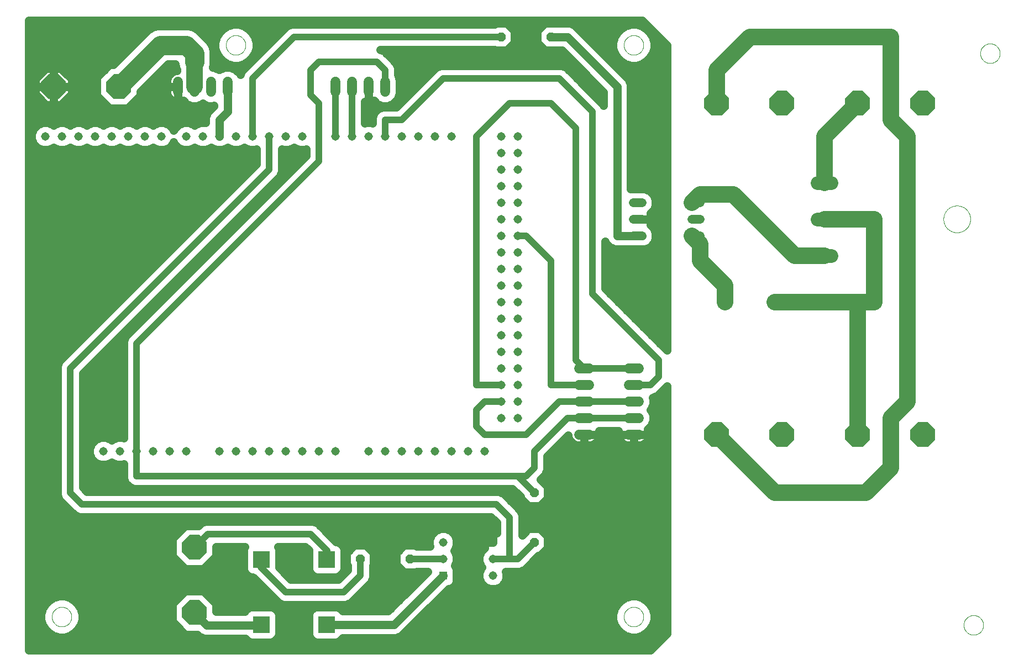
<source format=gtl>
G75*
%MOIN*%
%OFA0B0*%
%FSLAX25Y25*%
%IPPOS*%
%LPD*%
%AMOC8*
5,1,8,0,0,1.08239X$1,22.5*
%
%ADD10C,0.00000*%
%ADD11C,0.05200*%
%ADD12OC8,0.05200*%
%ADD13C,0.08250*%
%ADD14C,0.05150*%
%ADD15R,0.05150X0.05150*%
%ADD16OC8,0.15000*%
%ADD17C,0.06000*%
%ADD18R,0.10000X0.10000*%
%ADD19C,0.05000*%
%ADD20C,0.04000*%
%ADD21C,0.10000*%
%ADD22C,0.11811*%
D10*
X0100094Y0065833D02*
X0100096Y0065986D01*
X0100102Y0066140D01*
X0100112Y0066293D01*
X0100126Y0066445D01*
X0100144Y0066598D01*
X0100166Y0066749D01*
X0100191Y0066900D01*
X0100221Y0067051D01*
X0100255Y0067201D01*
X0100292Y0067349D01*
X0100333Y0067497D01*
X0100378Y0067643D01*
X0100427Y0067789D01*
X0100480Y0067933D01*
X0100536Y0068075D01*
X0100596Y0068216D01*
X0100660Y0068356D01*
X0100727Y0068494D01*
X0100798Y0068630D01*
X0100873Y0068764D01*
X0100950Y0068896D01*
X0101032Y0069026D01*
X0101116Y0069154D01*
X0101204Y0069280D01*
X0101295Y0069403D01*
X0101389Y0069524D01*
X0101487Y0069642D01*
X0101587Y0069758D01*
X0101691Y0069871D01*
X0101797Y0069982D01*
X0101906Y0070090D01*
X0102018Y0070195D01*
X0102132Y0070296D01*
X0102250Y0070395D01*
X0102369Y0070491D01*
X0102491Y0070584D01*
X0102616Y0070673D01*
X0102743Y0070760D01*
X0102872Y0070842D01*
X0103003Y0070922D01*
X0103136Y0070998D01*
X0103271Y0071071D01*
X0103408Y0071140D01*
X0103547Y0071205D01*
X0103687Y0071267D01*
X0103829Y0071325D01*
X0103972Y0071380D01*
X0104117Y0071431D01*
X0104263Y0071478D01*
X0104410Y0071521D01*
X0104558Y0071560D01*
X0104707Y0071596D01*
X0104857Y0071627D01*
X0105008Y0071655D01*
X0105159Y0071679D01*
X0105312Y0071699D01*
X0105464Y0071715D01*
X0105617Y0071727D01*
X0105770Y0071735D01*
X0105923Y0071739D01*
X0106077Y0071739D01*
X0106230Y0071735D01*
X0106383Y0071727D01*
X0106536Y0071715D01*
X0106688Y0071699D01*
X0106841Y0071679D01*
X0106992Y0071655D01*
X0107143Y0071627D01*
X0107293Y0071596D01*
X0107442Y0071560D01*
X0107590Y0071521D01*
X0107737Y0071478D01*
X0107883Y0071431D01*
X0108028Y0071380D01*
X0108171Y0071325D01*
X0108313Y0071267D01*
X0108453Y0071205D01*
X0108592Y0071140D01*
X0108729Y0071071D01*
X0108864Y0070998D01*
X0108997Y0070922D01*
X0109128Y0070842D01*
X0109257Y0070760D01*
X0109384Y0070673D01*
X0109509Y0070584D01*
X0109631Y0070491D01*
X0109750Y0070395D01*
X0109868Y0070296D01*
X0109982Y0070195D01*
X0110094Y0070090D01*
X0110203Y0069982D01*
X0110309Y0069871D01*
X0110413Y0069758D01*
X0110513Y0069642D01*
X0110611Y0069524D01*
X0110705Y0069403D01*
X0110796Y0069280D01*
X0110884Y0069154D01*
X0110968Y0069026D01*
X0111050Y0068896D01*
X0111127Y0068764D01*
X0111202Y0068630D01*
X0111273Y0068494D01*
X0111340Y0068356D01*
X0111404Y0068216D01*
X0111464Y0068075D01*
X0111520Y0067933D01*
X0111573Y0067789D01*
X0111622Y0067643D01*
X0111667Y0067497D01*
X0111708Y0067349D01*
X0111745Y0067201D01*
X0111779Y0067051D01*
X0111809Y0066900D01*
X0111834Y0066749D01*
X0111856Y0066598D01*
X0111874Y0066445D01*
X0111888Y0066293D01*
X0111898Y0066140D01*
X0111904Y0065986D01*
X0111906Y0065833D01*
X0111904Y0065680D01*
X0111898Y0065526D01*
X0111888Y0065373D01*
X0111874Y0065221D01*
X0111856Y0065068D01*
X0111834Y0064917D01*
X0111809Y0064766D01*
X0111779Y0064615D01*
X0111745Y0064465D01*
X0111708Y0064317D01*
X0111667Y0064169D01*
X0111622Y0064023D01*
X0111573Y0063877D01*
X0111520Y0063733D01*
X0111464Y0063591D01*
X0111404Y0063450D01*
X0111340Y0063310D01*
X0111273Y0063172D01*
X0111202Y0063036D01*
X0111127Y0062902D01*
X0111050Y0062770D01*
X0110968Y0062640D01*
X0110884Y0062512D01*
X0110796Y0062386D01*
X0110705Y0062263D01*
X0110611Y0062142D01*
X0110513Y0062024D01*
X0110413Y0061908D01*
X0110309Y0061795D01*
X0110203Y0061684D01*
X0110094Y0061576D01*
X0109982Y0061471D01*
X0109868Y0061370D01*
X0109750Y0061271D01*
X0109631Y0061175D01*
X0109509Y0061082D01*
X0109384Y0060993D01*
X0109257Y0060906D01*
X0109128Y0060824D01*
X0108997Y0060744D01*
X0108864Y0060668D01*
X0108729Y0060595D01*
X0108592Y0060526D01*
X0108453Y0060461D01*
X0108313Y0060399D01*
X0108171Y0060341D01*
X0108028Y0060286D01*
X0107883Y0060235D01*
X0107737Y0060188D01*
X0107590Y0060145D01*
X0107442Y0060106D01*
X0107293Y0060070D01*
X0107143Y0060039D01*
X0106992Y0060011D01*
X0106841Y0059987D01*
X0106688Y0059967D01*
X0106536Y0059951D01*
X0106383Y0059939D01*
X0106230Y0059931D01*
X0106077Y0059927D01*
X0105923Y0059927D01*
X0105770Y0059931D01*
X0105617Y0059939D01*
X0105464Y0059951D01*
X0105312Y0059967D01*
X0105159Y0059987D01*
X0105008Y0060011D01*
X0104857Y0060039D01*
X0104707Y0060070D01*
X0104558Y0060106D01*
X0104410Y0060145D01*
X0104263Y0060188D01*
X0104117Y0060235D01*
X0103972Y0060286D01*
X0103829Y0060341D01*
X0103687Y0060399D01*
X0103547Y0060461D01*
X0103408Y0060526D01*
X0103271Y0060595D01*
X0103136Y0060668D01*
X0103003Y0060744D01*
X0102872Y0060824D01*
X0102743Y0060906D01*
X0102616Y0060993D01*
X0102491Y0061082D01*
X0102369Y0061175D01*
X0102250Y0061271D01*
X0102132Y0061370D01*
X0102018Y0061471D01*
X0101906Y0061576D01*
X0101797Y0061684D01*
X0101691Y0061795D01*
X0101587Y0061908D01*
X0101487Y0062024D01*
X0101389Y0062142D01*
X0101295Y0062263D01*
X0101204Y0062386D01*
X0101116Y0062512D01*
X0101032Y0062640D01*
X0100950Y0062770D01*
X0100873Y0062902D01*
X0100798Y0063036D01*
X0100727Y0063172D01*
X0100660Y0063310D01*
X0100596Y0063450D01*
X0100536Y0063591D01*
X0100480Y0063733D01*
X0100427Y0063877D01*
X0100378Y0064023D01*
X0100333Y0064169D01*
X0100292Y0064317D01*
X0100255Y0064465D01*
X0100221Y0064615D01*
X0100191Y0064766D01*
X0100166Y0064917D01*
X0100144Y0065068D01*
X0100126Y0065221D01*
X0100112Y0065373D01*
X0100102Y0065526D01*
X0100096Y0065680D01*
X0100094Y0065833D01*
X0445094Y0065833D02*
X0445096Y0065986D01*
X0445102Y0066140D01*
X0445112Y0066293D01*
X0445126Y0066445D01*
X0445144Y0066598D01*
X0445166Y0066749D01*
X0445191Y0066900D01*
X0445221Y0067051D01*
X0445255Y0067201D01*
X0445292Y0067349D01*
X0445333Y0067497D01*
X0445378Y0067643D01*
X0445427Y0067789D01*
X0445480Y0067933D01*
X0445536Y0068075D01*
X0445596Y0068216D01*
X0445660Y0068356D01*
X0445727Y0068494D01*
X0445798Y0068630D01*
X0445873Y0068764D01*
X0445950Y0068896D01*
X0446032Y0069026D01*
X0446116Y0069154D01*
X0446204Y0069280D01*
X0446295Y0069403D01*
X0446389Y0069524D01*
X0446487Y0069642D01*
X0446587Y0069758D01*
X0446691Y0069871D01*
X0446797Y0069982D01*
X0446906Y0070090D01*
X0447018Y0070195D01*
X0447132Y0070296D01*
X0447250Y0070395D01*
X0447369Y0070491D01*
X0447491Y0070584D01*
X0447616Y0070673D01*
X0447743Y0070760D01*
X0447872Y0070842D01*
X0448003Y0070922D01*
X0448136Y0070998D01*
X0448271Y0071071D01*
X0448408Y0071140D01*
X0448547Y0071205D01*
X0448687Y0071267D01*
X0448829Y0071325D01*
X0448972Y0071380D01*
X0449117Y0071431D01*
X0449263Y0071478D01*
X0449410Y0071521D01*
X0449558Y0071560D01*
X0449707Y0071596D01*
X0449857Y0071627D01*
X0450008Y0071655D01*
X0450159Y0071679D01*
X0450312Y0071699D01*
X0450464Y0071715D01*
X0450617Y0071727D01*
X0450770Y0071735D01*
X0450923Y0071739D01*
X0451077Y0071739D01*
X0451230Y0071735D01*
X0451383Y0071727D01*
X0451536Y0071715D01*
X0451688Y0071699D01*
X0451841Y0071679D01*
X0451992Y0071655D01*
X0452143Y0071627D01*
X0452293Y0071596D01*
X0452442Y0071560D01*
X0452590Y0071521D01*
X0452737Y0071478D01*
X0452883Y0071431D01*
X0453028Y0071380D01*
X0453171Y0071325D01*
X0453313Y0071267D01*
X0453453Y0071205D01*
X0453592Y0071140D01*
X0453729Y0071071D01*
X0453864Y0070998D01*
X0453997Y0070922D01*
X0454128Y0070842D01*
X0454257Y0070760D01*
X0454384Y0070673D01*
X0454509Y0070584D01*
X0454631Y0070491D01*
X0454750Y0070395D01*
X0454868Y0070296D01*
X0454982Y0070195D01*
X0455094Y0070090D01*
X0455203Y0069982D01*
X0455309Y0069871D01*
X0455413Y0069758D01*
X0455513Y0069642D01*
X0455611Y0069524D01*
X0455705Y0069403D01*
X0455796Y0069280D01*
X0455884Y0069154D01*
X0455968Y0069026D01*
X0456050Y0068896D01*
X0456127Y0068764D01*
X0456202Y0068630D01*
X0456273Y0068494D01*
X0456340Y0068356D01*
X0456404Y0068216D01*
X0456464Y0068075D01*
X0456520Y0067933D01*
X0456573Y0067789D01*
X0456622Y0067643D01*
X0456667Y0067497D01*
X0456708Y0067349D01*
X0456745Y0067201D01*
X0456779Y0067051D01*
X0456809Y0066900D01*
X0456834Y0066749D01*
X0456856Y0066598D01*
X0456874Y0066445D01*
X0456888Y0066293D01*
X0456898Y0066140D01*
X0456904Y0065986D01*
X0456906Y0065833D01*
X0456904Y0065680D01*
X0456898Y0065526D01*
X0456888Y0065373D01*
X0456874Y0065221D01*
X0456856Y0065068D01*
X0456834Y0064917D01*
X0456809Y0064766D01*
X0456779Y0064615D01*
X0456745Y0064465D01*
X0456708Y0064317D01*
X0456667Y0064169D01*
X0456622Y0064023D01*
X0456573Y0063877D01*
X0456520Y0063733D01*
X0456464Y0063591D01*
X0456404Y0063450D01*
X0456340Y0063310D01*
X0456273Y0063172D01*
X0456202Y0063036D01*
X0456127Y0062902D01*
X0456050Y0062770D01*
X0455968Y0062640D01*
X0455884Y0062512D01*
X0455796Y0062386D01*
X0455705Y0062263D01*
X0455611Y0062142D01*
X0455513Y0062024D01*
X0455413Y0061908D01*
X0455309Y0061795D01*
X0455203Y0061684D01*
X0455094Y0061576D01*
X0454982Y0061471D01*
X0454868Y0061370D01*
X0454750Y0061271D01*
X0454631Y0061175D01*
X0454509Y0061082D01*
X0454384Y0060993D01*
X0454257Y0060906D01*
X0454128Y0060824D01*
X0453997Y0060744D01*
X0453864Y0060668D01*
X0453729Y0060595D01*
X0453592Y0060526D01*
X0453453Y0060461D01*
X0453313Y0060399D01*
X0453171Y0060341D01*
X0453028Y0060286D01*
X0452883Y0060235D01*
X0452737Y0060188D01*
X0452590Y0060145D01*
X0452442Y0060106D01*
X0452293Y0060070D01*
X0452143Y0060039D01*
X0451992Y0060011D01*
X0451841Y0059987D01*
X0451688Y0059967D01*
X0451536Y0059951D01*
X0451383Y0059939D01*
X0451230Y0059931D01*
X0451077Y0059927D01*
X0450923Y0059927D01*
X0450770Y0059931D01*
X0450617Y0059939D01*
X0450464Y0059951D01*
X0450312Y0059967D01*
X0450159Y0059987D01*
X0450008Y0060011D01*
X0449857Y0060039D01*
X0449707Y0060070D01*
X0449558Y0060106D01*
X0449410Y0060145D01*
X0449263Y0060188D01*
X0449117Y0060235D01*
X0448972Y0060286D01*
X0448829Y0060341D01*
X0448687Y0060399D01*
X0448547Y0060461D01*
X0448408Y0060526D01*
X0448271Y0060595D01*
X0448136Y0060668D01*
X0448003Y0060744D01*
X0447872Y0060824D01*
X0447743Y0060906D01*
X0447616Y0060993D01*
X0447491Y0061082D01*
X0447369Y0061175D01*
X0447250Y0061271D01*
X0447132Y0061370D01*
X0447018Y0061471D01*
X0446906Y0061576D01*
X0446797Y0061684D01*
X0446691Y0061795D01*
X0446587Y0061908D01*
X0446487Y0062024D01*
X0446389Y0062142D01*
X0446295Y0062263D01*
X0446204Y0062386D01*
X0446116Y0062512D01*
X0446032Y0062640D01*
X0445950Y0062770D01*
X0445873Y0062902D01*
X0445798Y0063036D01*
X0445727Y0063172D01*
X0445660Y0063310D01*
X0445596Y0063450D01*
X0445536Y0063591D01*
X0445480Y0063733D01*
X0445427Y0063877D01*
X0445378Y0064023D01*
X0445333Y0064169D01*
X0445292Y0064317D01*
X0445255Y0064465D01*
X0445221Y0064615D01*
X0445191Y0064766D01*
X0445166Y0064917D01*
X0445144Y0065068D01*
X0445126Y0065221D01*
X0445112Y0065373D01*
X0445102Y0065526D01*
X0445096Y0065680D01*
X0445094Y0065833D01*
X0650094Y0060833D02*
X0650096Y0060986D01*
X0650102Y0061140D01*
X0650112Y0061293D01*
X0650126Y0061445D01*
X0650144Y0061598D01*
X0650166Y0061749D01*
X0650191Y0061900D01*
X0650221Y0062051D01*
X0650255Y0062201D01*
X0650292Y0062349D01*
X0650333Y0062497D01*
X0650378Y0062643D01*
X0650427Y0062789D01*
X0650480Y0062933D01*
X0650536Y0063075D01*
X0650596Y0063216D01*
X0650660Y0063356D01*
X0650727Y0063494D01*
X0650798Y0063630D01*
X0650873Y0063764D01*
X0650950Y0063896D01*
X0651032Y0064026D01*
X0651116Y0064154D01*
X0651204Y0064280D01*
X0651295Y0064403D01*
X0651389Y0064524D01*
X0651487Y0064642D01*
X0651587Y0064758D01*
X0651691Y0064871D01*
X0651797Y0064982D01*
X0651906Y0065090D01*
X0652018Y0065195D01*
X0652132Y0065296D01*
X0652250Y0065395D01*
X0652369Y0065491D01*
X0652491Y0065584D01*
X0652616Y0065673D01*
X0652743Y0065760D01*
X0652872Y0065842D01*
X0653003Y0065922D01*
X0653136Y0065998D01*
X0653271Y0066071D01*
X0653408Y0066140D01*
X0653547Y0066205D01*
X0653687Y0066267D01*
X0653829Y0066325D01*
X0653972Y0066380D01*
X0654117Y0066431D01*
X0654263Y0066478D01*
X0654410Y0066521D01*
X0654558Y0066560D01*
X0654707Y0066596D01*
X0654857Y0066627D01*
X0655008Y0066655D01*
X0655159Y0066679D01*
X0655312Y0066699D01*
X0655464Y0066715D01*
X0655617Y0066727D01*
X0655770Y0066735D01*
X0655923Y0066739D01*
X0656077Y0066739D01*
X0656230Y0066735D01*
X0656383Y0066727D01*
X0656536Y0066715D01*
X0656688Y0066699D01*
X0656841Y0066679D01*
X0656992Y0066655D01*
X0657143Y0066627D01*
X0657293Y0066596D01*
X0657442Y0066560D01*
X0657590Y0066521D01*
X0657737Y0066478D01*
X0657883Y0066431D01*
X0658028Y0066380D01*
X0658171Y0066325D01*
X0658313Y0066267D01*
X0658453Y0066205D01*
X0658592Y0066140D01*
X0658729Y0066071D01*
X0658864Y0065998D01*
X0658997Y0065922D01*
X0659128Y0065842D01*
X0659257Y0065760D01*
X0659384Y0065673D01*
X0659509Y0065584D01*
X0659631Y0065491D01*
X0659750Y0065395D01*
X0659868Y0065296D01*
X0659982Y0065195D01*
X0660094Y0065090D01*
X0660203Y0064982D01*
X0660309Y0064871D01*
X0660413Y0064758D01*
X0660513Y0064642D01*
X0660611Y0064524D01*
X0660705Y0064403D01*
X0660796Y0064280D01*
X0660884Y0064154D01*
X0660968Y0064026D01*
X0661050Y0063896D01*
X0661127Y0063764D01*
X0661202Y0063630D01*
X0661273Y0063494D01*
X0661340Y0063356D01*
X0661404Y0063216D01*
X0661464Y0063075D01*
X0661520Y0062933D01*
X0661573Y0062789D01*
X0661622Y0062643D01*
X0661667Y0062497D01*
X0661708Y0062349D01*
X0661745Y0062201D01*
X0661779Y0062051D01*
X0661809Y0061900D01*
X0661834Y0061749D01*
X0661856Y0061598D01*
X0661874Y0061445D01*
X0661888Y0061293D01*
X0661898Y0061140D01*
X0661904Y0060986D01*
X0661906Y0060833D01*
X0661904Y0060680D01*
X0661898Y0060526D01*
X0661888Y0060373D01*
X0661874Y0060221D01*
X0661856Y0060068D01*
X0661834Y0059917D01*
X0661809Y0059766D01*
X0661779Y0059615D01*
X0661745Y0059465D01*
X0661708Y0059317D01*
X0661667Y0059169D01*
X0661622Y0059023D01*
X0661573Y0058877D01*
X0661520Y0058733D01*
X0661464Y0058591D01*
X0661404Y0058450D01*
X0661340Y0058310D01*
X0661273Y0058172D01*
X0661202Y0058036D01*
X0661127Y0057902D01*
X0661050Y0057770D01*
X0660968Y0057640D01*
X0660884Y0057512D01*
X0660796Y0057386D01*
X0660705Y0057263D01*
X0660611Y0057142D01*
X0660513Y0057024D01*
X0660413Y0056908D01*
X0660309Y0056795D01*
X0660203Y0056684D01*
X0660094Y0056576D01*
X0659982Y0056471D01*
X0659868Y0056370D01*
X0659750Y0056271D01*
X0659631Y0056175D01*
X0659509Y0056082D01*
X0659384Y0055993D01*
X0659257Y0055906D01*
X0659128Y0055824D01*
X0658997Y0055744D01*
X0658864Y0055668D01*
X0658729Y0055595D01*
X0658592Y0055526D01*
X0658453Y0055461D01*
X0658313Y0055399D01*
X0658171Y0055341D01*
X0658028Y0055286D01*
X0657883Y0055235D01*
X0657737Y0055188D01*
X0657590Y0055145D01*
X0657442Y0055106D01*
X0657293Y0055070D01*
X0657143Y0055039D01*
X0656992Y0055011D01*
X0656841Y0054987D01*
X0656688Y0054967D01*
X0656536Y0054951D01*
X0656383Y0054939D01*
X0656230Y0054931D01*
X0656077Y0054927D01*
X0655923Y0054927D01*
X0655770Y0054931D01*
X0655617Y0054939D01*
X0655464Y0054951D01*
X0655312Y0054967D01*
X0655159Y0054987D01*
X0655008Y0055011D01*
X0654857Y0055039D01*
X0654707Y0055070D01*
X0654558Y0055106D01*
X0654410Y0055145D01*
X0654263Y0055188D01*
X0654117Y0055235D01*
X0653972Y0055286D01*
X0653829Y0055341D01*
X0653687Y0055399D01*
X0653547Y0055461D01*
X0653408Y0055526D01*
X0653271Y0055595D01*
X0653136Y0055668D01*
X0653003Y0055744D01*
X0652872Y0055824D01*
X0652743Y0055906D01*
X0652616Y0055993D01*
X0652491Y0056082D01*
X0652369Y0056175D01*
X0652250Y0056271D01*
X0652132Y0056370D01*
X0652018Y0056471D01*
X0651906Y0056576D01*
X0651797Y0056684D01*
X0651691Y0056795D01*
X0651587Y0056908D01*
X0651487Y0057024D01*
X0651389Y0057142D01*
X0651295Y0057263D01*
X0651204Y0057386D01*
X0651116Y0057512D01*
X0651032Y0057640D01*
X0650950Y0057770D01*
X0650873Y0057902D01*
X0650798Y0058036D01*
X0650727Y0058172D01*
X0650660Y0058310D01*
X0650596Y0058450D01*
X0650536Y0058591D01*
X0650480Y0058733D01*
X0650427Y0058877D01*
X0650378Y0059023D01*
X0650333Y0059169D01*
X0650292Y0059317D01*
X0650255Y0059465D01*
X0650221Y0059615D01*
X0650191Y0059766D01*
X0650166Y0059917D01*
X0650144Y0060068D01*
X0650126Y0060221D01*
X0650112Y0060373D01*
X0650102Y0060526D01*
X0650096Y0060680D01*
X0650094Y0060833D01*
X0637900Y0305833D02*
X0637902Y0306032D01*
X0637910Y0306230D01*
X0637922Y0306429D01*
X0637939Y0306627D01*
X0637961Y0306825D01*
X0637988Y0307022D01*
X0638019Y0307218D01*
X0638056Y0307413D01*
X0638097Y0307608D01*
X0638143Y0307801D01*
X0638193Y0307993D01*
X0638249Y0308184D01*
X0638309Y0308374D01*
X0638373Y0308562D01*
X0638443Y0308748D01*
X0638517Y0308933D01*
X0638595Y0309115D01*
X0638678Y0309296D01*
X0638765Y0309475D01*
X0638856Y0309651D01*
X0638952Y0309825D01*
X0639052Y0309997D01*
X0639157Y0310166D01*
X0639265Y0310333D01*
X0639378Y0310497D01*
X0639494Y0310658D01*
X0639614Y0310816D01*
X0639739Y0310972D01*
X0639867Y0311124D01*
X0639998Y0311273D01*
X0640134Y0311418D01*
X0640272Y0311561D01*
X0640415Y0311699D01*
X0640560Y0311835D01*
X0640709Y0311966D01*
X0640861Y0312094D01*
X0641017Y0312219D01*
X0641175Y0312339D01*
X0641336Y0312455D01*
X0641500Y0312568D01*
X0641667Y0312676D01*
X0641836Y0312781D01*
X0642008Y0312881D01*
X0642182Y0312977D01*
X0642358Y0313068D01*
X0642537Y0313155D01*
X0642718Y0313238D01*
X0642900Y0313316D01*
X0643085Y0313390D01*
X0643271Y0313460D01*
X0643459Y0313524D01*
X0643649Y0313584D01*
X0643840Y0313640D01*
X0644032Y0313690D01*
X0644225Y0313736D01*
X0644420Y0313777D01*
X0644615Y0313814D01*
X0644811Y0313845D01*
X0645008Y0313872D01*
X0645206Y0313894D01*
X0645404Y0313911D01*
X0645603Y0313923D01*
X0645801Y0313931D01*
X0646000Y0313933D01*
X0646199Y0313931D01*
X0646397Y0313923D01*
X0646596Y0313911D01*
X0646794Y0313894D01*
X0646992Y0313872D01*
X0647189Y0313845D01*
X0647385Y0313814D01*
X0647580Y0313777D01*
X0647775Y0313736D01*
X0647968Y0313690D01*
X0648160Y0313640D01*
X0648351Y0313584D01*
X0648541Y0313524D01*
X0648729Y0313460D01*
X0648915Y0313390D01*
X0649100Y0313316D01*
X0649282Y0313238D01*
X0649463Y0313155D01*
X0649642Y0313068D01*
X0649818Y0312977D01*
X0649992Y0312881D01*
X0650164Y0312781D01*
X0650333Y0312676D01*
X0650500Y0312568D01*
X0650664Y0312455D01*
X0650825Y0312339D01*
X0650983Y0312219D01*
X0651139Y0312094D01*
X0651291Y0311966D01*
X0651440Y0311835D01*
X0651585Y0311699D01*
X0651728Y0311561D01*
X0651866Y0311418D01*
X0652002Y0311273D01*
X0652133Y0311124D01*
X0652261Y0310972D01*
X0652386Y0310816D01*
X0652506Y0310658D01*
X0652622Y0310497D01*
X0652735Y0310333D01*
X0652843Y0310166D01*
X0652948Y0309997D01*
X0653048Y0309825D01*
X0653144Y0309651D01*
X0653235Y0309475D01*
X0653322Y0309296D01*
X0653405Y0309115D01*
X0653483Y0308933D01*
X0653557Y0308748D01*
X0653627Y0308562D01*
X0653691Y0308374D01*
X0653751Y0308184D01*
X0653807Y0307993D01*
X0653857Y0307801D01*
X0653903Y0307608D01*
X0653944Y0307413D01*
X0653981Y0307218D01*
X0654012Y0307022D01*
X0654039Y0306825D01*
X0654061Y0306627D01*
X0654078Y0306429D01*
X0654090Y0306230D01*
X0654098Y0306032D01*
X0654100Y0305833D01*
X0654098Y0305634D01*
X0654090Y0305436D01*
X0654078Y0305237D01*
X0654061Y0305039D01*
X0654039Y0304841D01*
X0654012Y0304644D01*
X0653981Y0304448D01*
X0653944Y0304253D01*
X0653903Y0304058D01*
X0653857Y0303865D01*
X0653807Y0303673D01*
X0653751Y0303482D01*
X0653691Y0303292D01*
X0653627Y0303104D01*
X0653557Y0302918D01*
X0653483Y0302733D01*
X0653405Y0302551D01*
X0653322Y0302370D01*
X0653235Y0302191D01*
X0653144Y0302015D01*
X0653048Y0301841D01*
X0652948Y0301669D01*
X0652843Y0301500D01*
X0652735Y0301333D01*
X0652622Y0301169D01*
X0652506Y0301008D01*
X0652386Y0300850D01*
X0652261Y0300694D01*
X0652133Y0300542D01*
X0652002Y0300393D01*
X0651866Y0300248D01*
X0651728Y0300105D01*
X0651585Y0299967D01*
X0651440Y0299831D01*
X0651291Y0299700D01*
X0651139Y0299572D01*
X0650983Y0299447D01*
X0650825Y0299327D01*
X0650664Y0299211D01*
X0650500Y0299098D01*
X0650333Y0298990D01*
X0650164Y0298885D01*
X0649992Y0298785D01*
X0649818Y0298689D01*
X0649642Y0298598D01*
X0649463Y0298511D01*
X0649282Y0298428D01*
X0649100Y0298350D01*
X0648915Y0298276D01*
X0648729Y0298206D01*
X0648541Y0298142D01*
X0648351Y0298082D01*
X0648160Y0298026D01*
X0647968Y0297976D01*
X0647775Y0297930D01*
X0647580Y0297889D01*
X0647385Y0297852D01*
X0647189Y0297821D01*
X0646992Y0297794D01*
X0646794Y0297772D01*
X0646596Y0297755D01*
X0646397Y0297743D01*
X0646199Y0297735D01*
X0646000Y0297733D01*
X0645801Y0297735D01*
X0645603Y0297743D01*
X0645404Y0297755D01*
X0645206Y0297772D01*
X0645008Y0297794D01*
X0644811Y0297821D01*
X0644615Y0297852D01*
X0644420Y0297889D01*
X0644225Y0297930D01*
X0644032Y0297976D01*
X0643840Y0298026D01*
X0643649Y0298082D01*
X0643459Y0298142D01*
X0643271Y0298206D01*
X0643085Y0298276D01*
X0642900Y0298350D01*
X0642718Y0298428D01*
X0642537Y0298511D01*
X0642358Y0298598D01*
X0642182Y0298689D01*
X0642008Y0298785D01*
X0641836Y0298885D01*
X0641667Y0298990D01*
X0641500Y0299098D01*
X0641336Y0299211D01*
X0641175Y0299327D01*
X0641017Y0299447D01*
X0640861Y0299572D01*
X0640709Y0299700D01*
X0640560Y0299831D01*
X0640415Y0299967D01*
X0640272Y0300105D01*
X0640134Y0300248D01*
X0639998Y0300393D01*
X0639867Y0300542D01*
X0639739Y0300694D01*
X0639614Y0300850D01*
X0639494Y0301008D01*
X0639378Y0301169D01*
X0639265Y0301333D01*
X0639157Y0301500D01*
X0639052Y0301669D01*
X0638952Y0301841D01*
X0638856Y0302015D01*
X0638765Y0302191D01*
X0638678Y0302370D01*
X0638595Y0302551D01*
X0638517Y0302733D01*
X0638443Y0302918D01*
X0638373Y0303104D01*
X0638309Y0303292D01*
X0638249Y0303482D01*
X0638193Y0303673D01*
X0638143Y0303865D01*
X0638097Y0304058D01*
X0638056Y0304253D01*
X0638019Y0304448D01*
X0637988Y0304644D01*
X0637961Y0304841D01*
X0637939Y0305039D01*
X0637922Y0305237D01*
X0637910Y0305436D01*
X0637902Y0305634D01*
X0637900Y0305833D01*
X0660094Y0405833D02*
X0660096Y0405986D01*
X0660102Y0406140D01*
X0660112Y0406293D01*
X0660126Y0406445D01*
X0660144Y0406598D01*
X0660166Y0406749D01*
X0660191Y0406900D01*
X0660221Y0407051D01*
X0660255Y0407201D01*
X0660292Y0407349D01*
X0660333Y0407497D01*
X0660378Y0407643D01*
X0660427Y0407789D01*
X0660480Y0407933D01*
X0660536Y0408075D01*
X0660596Y0408216D01*
X0660660Y0408356D01*
X0660727Y0408494D01*
X0660798Y0408630D01*
X0660873Y0408764D01*
X0660950Y0408896D01*
X0661032Y0409026D01*
X0661116Y0409154D01*
X0661204Y0409280D01*
X0661295Y0409403D01*
X0661389Y0409524D01*
X0661487Y0409642D01*
X0661587Y0409758D01*
X0661691Y0409871D01*
X0661797Y0409982D01*
X0661906Y0410090D01*
X0662018Y0410195D01*
X0662132Y0410296D01*
X0662250Y0410395D01*
X0662369Y0410491D01*
X0662491Y0410584D01*
X0662616Y0410673D01*
X0662743Y0410760D01*
X0662872Y0410842D01*
X0663003Y0410922D01*
X0663136Y0410998D01*
X0663271Y0411071D01*
X0663408Y0411140D01*
X0663547Y0411205D01*
X0663687Y0411267D01*
X0663829Y0411325D01*
X0663972Y0411380D01*
X0664117Y0411431D01*
X0664263Y0411478D01*
X0664410Y0411521D01*
X0664558Y0411560D01*
X0664707Y0411596D01*
X0664857Y0411627D01*
X0665008Y0411655D01*
X0665159Y0411679D01*
X0665312Y0411699D01*
X0665464Y0411715D01*
X0665617Y0411727D01*
X0665770Y0411735D01*
X0665923Y0411739D01*
X0666077Y0411739D01*
X0666230Y0411735D01*
X0666383Y0411727D01*
X0666536Y0411715D01*
X0666688Y0411699D01*
X0666841Y0411679D01*
X0666992Y0411655D01*
X0667143Y0411627D01*
X0667293Y0411596D01*
X0667442Y0411560D01*
X0667590Y0411521D01*
X0667737Y0411478D01*
X0667883Y0411431D01*
X0668028Y0411380D01*
X0668171Y0411325D01*
X0668313Y0411267D01*
X0668453Y0411205D01*
X0668592Y0411140D01*
X0668729Y0411071D01*
X0668864Y0410998D01*
X0668997Y0410922D01*
X0669128Y0410842D01*
X0669257Y0410760D01*
X0669384Y0410673D01*
X0669509Y0410584D01*
X0669631Y0410491D01*
X0669750Y0410395D01*
X0669868Y0410296D01*
X0669982Y0410195D01*
X0670094Y0410090D01*
X0670203Y0409982D01*
X0670309Y0409871D01*
X0670413Y0409758D01*
X0670513Y0409642D01*
X0670611Y0409524D01*
X0670705Y0409403D01*
X0670796Y0409280D01*
X0670884Y0409154D01*
X0670968Y0409026D01*
X0671050Y0408896D01*
X0671127Y0408764D01*
X0671202Y0408630D01*
X0671273Y0408494D01*
X0671340Y0408356D01*
X0671404Y0408216D01*
X0671464Y0408075D01*
X0671520Y0407933D01*
X0671573Y0407789D01*
X0671622Y0407643D01*
X0671667Y0407497D01*
X0671708Y0407349D01*
X0671745Y0407201D01*
X0671779Y0407051D01*
X0671809Y0406900D01*
X0671834Y0406749D01*
X0671856Y0406598D01*
X0671874Y0406445D01*
X0671888Y0406293D01*
X0671898Y0406140D01*
X0671904Y0405986D01*
X0671906Y0405833D01*
X0671904Y0405680D01*
X0671898Y0405526D01*
X0671888Y0405373D01*
X0671874Y0405221D01*
X0671856Y0405068D01*
X0671834Y0404917D01*
X0671809Y0404766D01*
X0671779Y0404615D01*
X0671745Y0404465D01*
X0671708Y0404317D01*
X0671667Y0404169D01*
X0671622Y0404023D01*
X0671573Y0403877D01*
X0671520Y0403733D01*
X0671464Y0403591D01*
X0671404Y0403450D01*
X0671340Y0403310D01*
X0671273Y0403172D01*
X0671202Y0403036D01*
X0671127Y0402902D01*
X0671050Y0402770D01*
X0670968Y0402640D01*
X0670884Y0402512D01*
X0670796Y0402386D01*
X0670705Y0402263D01*
X0670611Y0402142D01*
X0670513Y0402024D01*
X0670413Y0401908D01*
X0670309Y0401795D01*
X0670203Y0401684D01*
X0670094Y0401576D01*
X0669982Y0401471D01*
X0669868Y0401370D01*
X0669750Y0401271D01*
X0669631Y0401175D01*
X0669509Y0401082D01*
X0669384Y0400993D01*
X0669257Y0400906D01*
X0669128Y0400824D01*
X0668997Y0400744D01*
X0668864Y0400668D01*
X0668729Y0400595D01*
X0668592Y0400526D01*
X0668453Y0400461D01*
X0668313Y0400399D01*
X0668171Y0400341D01*
X0668028Y0400286D01*
X0667883Y0400235D01*
X0667737Y0400188D01*
X0667590Y0400145D01*
X0667442Y0400106D01*
X0667293Y0400070D01*
X0667143Y0400039D01*
X0666992Y0400011D01*
X0666841Y0399987D01*
X0666688Y0399967D01*
X0666536Y0399951D01*
X0666383Y0399939D01*
X0666230Y0399931D01*
X0666077Y0399927D01*
X0665923Y0399927D01*
X0665770Y0399931D01*
X0665617Y0399939D01*
X0665464Y0399951D01*
X0665312Y0399967D01*
X0665159Y0399987D01*
X0665008Y0400011D01*
X0664857Y0400039D01*
X0664707Y0400070D01*
X0664558Y0400106D01*
X0664410Y0400145D01*
X0664263Y0400188D01*
X0664117Y0400235D01*
X0663972Y0400286D01*
X0663829Y0400341D01*
X0663687Y0400399D01*
X0663547Y0400461D01*
X0663408Y0400526D01*
X0663271Y0400595D01*
X0663136Y0400668D01*
X0663003Y0400744D01*
X0662872Y0400824D01*
X0662743Y0400906D01*
X0662616Y0400993D01*
X0662491Y0401082D01*
X0662369Y0401175D01*
X0662250Y0401271D01*
X0662132Y0401370D01*
X0662018Y0401471D01*
X0661906Y0401576D01*
X0661797Y0401684D01*
X0661691Y0401795D01*
X0661587Y0401908D01*
X0661487Y0402024D01*
X0661389Y0402142D01*
X0661295Y0402263D01*
X0661204Y0402386D01*
X0661116Y0402512D01*
X0661032Y0402640D01*
X0660950Y0402770D01*
X0660873Y0402902D01*
X0660798Y0403036D01*
X0660727Y0403172D01*
X0660660Y0403310D01*
X0660596Y0403450D01*
X0660536Y0403591D01*
X0660480Y0403733D01*
X0660427Y0403877D01*
X0660378Y0404023D01*
X0660333Y0404169D01*
X0660292Y0404317D01*
X0660255Y0404465D01*
X0660221Y0404615D01*
X0660191Y0404766D01*
X0660166Y0404917D01*
X0660144Y0405068D01*
X0660126Y0405221D01*
X0660112Y0405373D01*
X0660102Y0405526D01*
X0660096Y0405680D01*
X0660094Y0405833D01*
X0445094Y0410833D02*
X0445096Y0410986D01*
X0445102Y0411140D01*
X0445112Y0411293D01*
X0445126Y0411445D01*
X0445144Y0411598D01*
X0445166Y0411749D01*
X0445191Y0411900D01*
X0445221Y0412051D01*
X0445255Y0412201D01*
X0445292Y0412349D01*
X0445333Y0412497D01*
X0445378Y0412643D01*
X0445427Y0412789D01*
X0445480Y0412933D01*
X0445536Y0413075D01*
X0445596Y0413216D01*
X0445660Y0413356D01*
X0445727Y0413494D01*
X0445798Y0413630D01*
X0445873Y0413764D01*
X0445950Y0413896D01*
X0446032Y0414026D01*
X0446116Y0414154D01*
X0446204Y0414280D01*
X0446295Y0414403D01*
X0446389Y0414524D01*
X0446487Y0414642D01*
X0446587Y0414758D01*
X0446691Y0414871D01*
X0446797Y0414982D01*
X0446906Y0415090D01*
X0447018Y0415195D01*
X0447132Y0415296D01*
X0447250Y0415395D01*
X0447369Y0415491D01*
X0447491Y0415584D01*
X0447616Y0415673D01*
X0447743Y0415760D01*
X0447872Y0415842D01*
X0448003Y0415922D01*
X0448136Y0415998D01*
X0448271Y0416071D01*
X0448408Y0416140D01*
X0448547Y0416205D01*
X0448687Y0416267D01*
X0448829Y0416325D01*
X0448972Y0416380D01*
X0449117Y0416431D01*
X0449263Y0416478D01*
X0449410Y0416521D01*
X0449558Y0416560D01*
X0449707Y0416596D01*
X0449857Y0416627D01*
X0450008Y0416655D01*
X0450159Y0416679D01*
X0450312Y0416699D01*
X0450464Y0416715D01*
X0450617Y0416727D01*
X0450770Y0416735D01*
X0450923Y0416739D01*
X0451077Y0416739D01*
X0451230Y0416735D01*
X0451383Y0416727D01*
X0451536Y0416715D01*
X0451688Y0416699D01*
X0451841Y0416679D01*
X0451992Y0416655D01*
X0452143Y0416627D01*
X0452293Y0416596D01*
X0452442Y0416560D01*
X0452590Y0416521D01*
X0452737Y0416478D01*
X0452883Y0416431D01*
X0453028Y0416380D01*
X0453171Y0416325D01*
X0453313Y0416267D01*
X0453453Y0416205D01*
X0453592Y0416140D01*
X0453729Y0416071D01*
X0453864Y0415998D01*
X0453997Y0415922D01*
X0454128Y0415842D01*
X0454257Y0415760D01*
X0454384Y0415673D01*
X0454509Y0415584D01*
X0454631Y0415491D01*
X0454750Y0415395D01*
X0454868Y0415296D01*
X0454982Y0415195D01*
X0455094Y0415090D01*
X0455203Y0414982D01*
X0455309Y0414871D01*
X0455413Y0414758D01*
X0455513Y0414642D01*
X0455611Y0414524D01*
X0455705Y0414403D01*
X0455796Y0414280D01*
X0455884Y0414154D01*
X0455968Y0414026D01*
X0456050Y0413896D01*
X0456127Y0413764D01*
X0456202Y0413630D01*
X0456273Y0413494D01*
X0456340Y0413356D01*
X0456404Y0413216D01*
X0456464Y0413075D01*
X0456520Y0412933D01*
X0456573Y0412789D01*
X0456622Y0412643D01*
X0456667Y0412497D01*
X0456708Y0412349D01*
X0456745Y0412201D01*
X0456779Y0412051D01*
X0456809Y0411900D01*
X0456834Y0411749D01*
X0456856Y0411598D01*
X0456874Y0411445D01*
X0456888Y0411293D01*
X0456898Y0411140D01*
X0456904Y0410986D01*
X0456906Y0410833D01*
X0456904Y0410680D01*
X0456898Y0410526D01*
X0456888Y0410373D01*
X0456874Y0410221D01*
X0456856Y0410068D01*
X0456834Y0409917D01*
X0456809Y0409766D01*
X0456779Y0409615D01*
X0456745Y0409465D01*
X0456708Y0409317D01*
X0456667Y0409169D01*
X0456622Y0409023D01*
X0456573Y0408877D01*
X0456520Y0408733D01*
X0456464Y0408591D01*
X0456404Y0408450D01*
X0456340Y0408310D01*
X0456273Y0408172D01*
X0456202Y0408036D01*
X0456127Y0407902D01*
X0456050Y0407770D01*
X0455968Y0407640D01*
X0455884Y0407512D01*
X0455796Y0407386D01*
X0455705Y0407263D01*
X0455611Y0407142D01*
X0455513Y0407024D01*
X0455413Y0406908D01*
X0455309Y0406795D01*
X0455203Y0406684D01*
X0455094Y0406576D01*
X0454982Y0406471D01*
X0454868Y0406370D01*
X0454750Y0406271D01*
X0454631Y0406175D01*
X0454509Y0406082D01*
X0454384Y0405993D01*
X0454257Y0405906D01*
X0454128Y0405824D01*
X0453997Y0405744D01*
X0453864Y0405668D01*
X0453729Y0405595D01*
X0453592Y0405526D01*
X0453453Y0405461D01*
X0453313Y0405399D01*
X0453171Y0405341D01*
X0453028Y0405286D01*
X0452883Y0405235D01*
X0452737Y0405188D01*
X0452590Y0405145D01*
X0452442Y0405106D01*
X0452293Y0405070D01*
X0452143Y0405039D01*
X0451992Y0405011D01*
X0451841Y0404987D01*
X0451688Y0404967D01*
X0451536Y0404951D01*
X0451383Y0404939D01*
X0451230Y0404931D01*
X0451077Y0404927D01*
X0450923Y0404927D01*
X0450770Y0404931D01*
X0450617Y0404939D01*
X0450464Y0404951D01*
X0450312Y0404967D01*
X0450159Y0404987D01*
X0450008Y0405011D01*
X0449857Y0405039D01*
X0449707Y0405070D01*
X0449558Y0405106D01*
X0449410Y0405145D01*
X0449263Y0405188D01*
X0449117Y0405235D01*
X0448972Y0405286D01*
X0448829Y0405341D01*
X0448687Y0405399D01*
X0448547Y0405461D01*
X0448408Y0405526D01*
X0448271Y0405595D01*
X0448136Y0405668D01*
X0448003Y0405744D01*
X0447872Y0405824D01*
X0447743Y0405906D01*
X0447616Y0405993D01*
X0447491Y0406082D01*
X0447369Y0406175D01*
X0447250Y0406271D01*
X0447132Y0406370D01*
X0447018Y0406471D01*
X0446906Y0406576D01*
X0446797Y0406684D01*
X0446691Y0406795D01*
X0446587Y0406908D01*
X0446487Y0407024D01*
X0446389Y0407142D01*
X0446295Y0407263D01*
X0446204Y0407386D01*
X0446116Y0407512D01*
X0446032Y0407640D01*
X0445950Y0407770D01*
X0445873Y0407902D01*
X0445798Y0408036D01*
X0445727Y0408172D01*
X0445660Y0408310D01*
X0445596Y0408450D01*
X0445536Y0408591D01*
X0445480Y0408733D01*
X0445427Y0408877D01*
X0445378Y0409023D01*
X0445333Y0409169D01*
X0445292Y0409317D01*
X0445255Y0409465D01*
X0445221Y0409615D01*
X0445191Y0409766D01*
X0445166Y0409917D01*
X0445144Y0410068D01*
X0445126Y0410221D01*
X0445112Y0410373D01*
X0445102Y0410526D01*
X0445096Y0410680D01*
X0445094Y0410833D01*
X0205094Y0410833D02*
X0205096Y0410986D01*
X0205102Y0411140D01*
X0205112Y0411293D01*
X0205126Y0411445D01*
X0205144Y0411598D01*
X0205166Y0411749D01*
X0205191Y0411900D01*
X0205221Y0412051D01*
X0205255Y0412201D01*
X0205292Y0412349D01*
X0205333Y0412497D01*
X0205378Y0412643D01*
X0205427Y0412789D01*
X0205480Y0412933D01*
X0205536Y0413075D01*
X0205596Y0413216D01*
X0205660Y0413356D01*
X0205727Y0413494D01*
X0205798Y0413630D01*
X0205873Y0413764D01*
X0205950Y0413896D01*
X0206032Y0414026D01*
X0206116Y0414154D01*
X0206204Y0414280D01*
X0206295Y0414403D01*
X0206389Y0414524D01*
X0206487Y0414642D01*
X0206587Y0414758D01*
X0206691Y0414871D01*
X0206797Y0414982D01*
X0206906Y0415090D01*
X0207018Y0415195D01*
X0207132Y0415296D01*
X0207250Y0415395D01*
X0207369Y0415491D01*
X0207491Y0415584D01*
X0207616Y0415673D01*
X0207743Y0415760D01*
X0207872Y0415842D01*
X0208003Y0415922D01*
X0208136Y0415998D01*
X0208271Y0416071D01*
X0208408Y0416140D01*
X0208547Y0416205D01*
X0208687Y0416267D01*
X0208829Y0416325D01*
X0208972Y0416380D01*
X0209117Y0416431D01*
X0209263Y0416478D01*
X0209410Y0416521D01*
X0209558Y0416560D01*
X0209707Y0416596D01*
X0209857Y0416627D01*
X0210008Y0416655D01*
X0210159Y0416679D01*
X0210312Y0416699D01*
X0210464Y0416715D01*
X0210617Y0416727D01*
X0210770Y0416735D01*
X0210923Y0416739D01*
X0211077Y0416739D01*
X0211230Y0416735D01*
X0211383Y0416727D01*
X0211536Y0416715D01*
X0211688Y0416699D01*
X0211841Y0416679D01*
X0211992Y0416655D01*
X0212143Y0416627D01*
X0212293Y0416596D01*
X0212442Y0416560D01*
X0212590Y0416521D01*
X0212737Y0416478D01*
X0212883Y0416431D01*
X0213028Y0416380D01*
X0213171Y0416325D01*
X0213313Y0416267D01*
X0213453Y0416205D01*
X0213592Y0416140D01*
X0213729Y0416071D01*
X0213864Y0415998D01*
X0213997Y0415922D01*
X0214128Y0415842D01*
X0214257Y0415760D01*
X0214384Y0415673D01*
X0214509Y0415584D01*
X0214631Y0415491D01*
X0214750Y0415395D01*
X0214868Y0415296D01*
X0214982Y0415195D01*
X0215094Y0415090D01*
X0215203Y0414982D01*
X0215309Y0414871D01*
X0215413Y0414758D01*
X0215513Y0414642D01*
X0215611Y0414524D01*
X0215705Y0414403D01*
X0215796Y0414280D01*
X0215884Y0414154D01*
X0215968Y0414026D01*
X0216050Y0413896D01*
X0216127Y0413764D01*
X0216202Y0413630D01*
X0216273Y0413494D01*
X0216340Y0413356D01*
X0216404Y0413216D01*
X0216464Y0413075D01*
X0216520Y0412933D01*
X0216573Y0412789D01*
X0216622Y0412643D01*
X0216667Y0412497D01*
X0216708Y0412349D01*
X0216745Y0412201D01*
X0216779Y0412051D01*
X0216809Y0411900D01*
X0216834Y0411749D01*
X0216856Y0411598D01*
X0216874Y0411445D01*
X0216888Y0411293D01*
X0216898Y0411140D01*
X0216904Y0410986D01*
X0216906Y0410833D01*
X0216904Y0410680D01*
X0216898Y0410526D01*
X0216888Y0410373D01*
X0216874Y0410221D01*
X0216856Y0410068D01*
X0216834Y0409917D01*
X0216809Y0409766D01*
X0216779Y0409615D01*
X0216745Y0409465D01*
X0216708Y0409317D01*
X0216667Y0409169D01*
X0216622Y0409023D01*
X0216573Y0408877D01*
X0216520Y0408733D01*
X0216464Y0408591D01*
X0216404Y0408450D01*
X0216340Y0408310D01*
X0216273Y0408172D01*
X0216202Y0408036D01*
X0216127Y0407902D01*
X0216050Y0407770D01*
X0215968Y0407640D01*
X0215884Y0407512D01*
X0215796Y0407386D01*
X0215705Y0407263D01*
X0215611Y0407142D01*
X0215513Y0407024D01*
X0215413Y0406908D01*
X0215309Y0406795D01*
X0215203Y0406684D01*
X0215094Y0406576D01*
X0214982Y0406471D01*
X0214868Y0406370D01*
X0214750Y0406271D01*
X0214631Y0406175D01*
X0214509Y0406082D01*
X0214384Y0405993D01*
X0214257Y0405906D01*
X0214128Y0405824D01*
X0213997Y0405744D01*
X0213864Y0405668D01*
X0213729Y0405595D01*
X0213592Y0405526D01*
X0213453Y0405461D01*
X0213313Y0405399D01*
X0213171Y0405341D01*
X0213028Y0405286D01*
X0212883Y0405235D01*
X0212737Y0405188D01*
X0212590Y0405145D01*
X0212442Y0405106D01*
X0212293Y0405070D01*
X0212143Y0405039D01*
X0211992Y0405011D01*
X0211841Y0404987D01*
X0211688Y0404967D01*
X0211536Y0404951D01*
X0211383Y0404939D01*
X0211230Y0404931D01*
X0211077Y0404927D01*
X0210923Y0404927D01*
X0210770Y0404931D01*
X0210617Y0404939D01*
X0210464Y0404951D01*
X0210312Y0404967D01*
X0210159Y0404987D01*
X0210008Y0405011D01*
X0209857Y0405039D01*
X0209707Y0405070D01*
X0209558Y0405106D01*
X0209410Y0405145D01*
X0209263Y0405188D01*
X0209117Y0405235D01*
X0208972Y0405286D01*
X0208829Y0405341D01*
X0208687Y0405399D01*
X0208547Y0405461D01*
X0208408Y0405526D01*
X0208271Y0405595D01*
X0208136Y0405668D01*
X0208003Y0405744D01*
X0207872Y0405824D01*
X0207743Y0405906D01*
X0207616Y0405993D01*
X0207491Y0406082D01*
X0207369Y0406175D01*
X0207250Y0406271D01*
X0207132Y0406370D01*
X0207018Y0406471D01*
X0206906Y0406576D01*
X0206797Y0406684D01*
X0206691Y0406795D01*
X0206587Y0406908D01*
X0206487Y0407024D01*
X0206389Y0407142D01*
X0206295Y0407263D01*
X0206204Y0407386D01*
X0206116Y0407512D01*
X0206032Y0407640D01*
X0205950Y0407770D01*
X0205873Y0407902D01*
X0205798Y0408036D01*
X0205727Y0408172D01*
X0205660Y0408310D01*
X0205596Y0408450D01*
X0205536Y0408591D01*
X0205480Y0408733D01*
X0205427Y0408877D01*
X0205378Y0409023D01*
X0205333Y0409169D01*
X0205292Y0409317D01*
X0205255Y0409465D01*
X0205221Y0409615D01*
X0205191Y0409766D01*
X0205166Y0409917D01*
X0205144Y0410068D01*
X0205126Y0410221D01*
X0205112Y0410373D01*
X0205102Y0410526D01*
X0205096Y0410680D01*
X0205094Y0410833D01*
D11*
X0450800Y0315833D02*
X0456000Y0315833D01*
X0456000Y0305833D02*
X0450800Y0305833D01*
X0450800Y0295833D02*
X0456000Y0295833D01*
X0486000Y0295833D02*
X0491200Y0295833D01*
X0491200Y0305833D02*
X0486000Y0305833D01*
X0486000Y0315833D02*
X0491200Y0315833D01*
D12*
X0506000Y0255833D03*
X0536000Y0255833D03*
X0391000Y0140833D03*
X0391000Y0110833D03*
X0316000Y0100833D03*
X0286000Y0100833D03*
X0371000Y0415833D03*
X0401000Y0415833D03*
D13*
X0561875Y0327833D02*
X0570125Y0327833D01*
X0570125Y0305833D02*
X0561875Y0305833D01*
X0561875Y0283833D02*
X0570125Y0283833D01*
D14*
X0381000Y0285833D03*
X0371000Y0285833D03*
X0371000Y0275833D03*
X0381000Y0275833D03*
X0381000Y0265833D03*
X0371000Y0265833D03*
X0371000Y0255833D03*
X0381000Y0255833D03*
X0381000Y0245833D03*
X0371000Y0245833D03*
X0371000Y0235833D03*
X0381000Y0235833D03*
X0381000Y0225833D03*
X0371000Y0225833D03*
X0371000Y0215833D03*
X0381000Y0215833D03*
X0381000Y0205833D03*
X0371000Y0205833D03*
X0371000Y0195833D03*
X0381000Y0195833D03*
X0381000Y0185833D03*
X0371000Y0185833D03*
X0361000Y0165833D03*
X0351000Y0165833D03*
X0341000Y0165833D03*
X0331000Y0165833D03*
X0321000Y0165833D03*
X0311000Y0165833D03*
X0301000Y0165833D03*
X0291000Y0165833D03*
X0271000Y0165833D03*
X0261000Y0165833D03*
X0251000Y0165833D03*
X0241000Y0165833D03*
X0231000Y0165833D03*
X0221000Y0165833D03*
X0211000Y0165833D03*
X0201000Y0165833D03*
X0181000Y0165833D03*
X0171000Y0165833D03*
X0161000Y0165833D03*
X0151000Y0165833D03*
X0141000Y0165833D03*
X0131000Y0165833D03*
X0336000Y0110833D03*
X0336000Y0100833D03*
X0366000Y0100833D03*
X0366000Y0090833D03*
X0366000Y0110833D03*
X0371000Y0295833D03*
X0381000Y0295833D03*
X0381000Y0305833D03*
X0371000Y0305833D03*
X0371000Y0315833D03*
X0381000Y0315833D03*
X0381000Y0325833D03*
X0371000Y0325833D03*
X0371000Y0335833D03*
X0381000Y0335833D03*
X0381000Y0345833D03*
X0371000Y0345833D03*
X0371000Y0355833D03*
X0381000Y0355833D03*
X0341000Y0355833D03*
X0331000Y0355833D03*
X0321000Y0355833D03*
X0311000Y0355833D03*
X0301000Y0355833D03*
X0291000Y0355833D03*
X0281000Y0355833D03*
X0271000Y0355833D03*
X0251000Y0355833D03*
X0241000Y0355833D03*
X0231000Y0355833D03*
X0221000Y0355833D03*
X0211000Y0355833D03*
X0201000Y0355833D03*
X0191000Y0355833D03*
X0181000Y0355833D03*
X0166000Y0355833D03*
X0156000Y0355833D03*
X0146000Y0355833D03*
X0136000Y0355833D03*
X0126000Y0355833D03*
X0116000Y0355833D03*
X0106000Y0355833D03*
X0096000Y0355833D03*
D15*
X0336000Y0090833D03*
D16*
X0186000Y0107703D03*
X0186000Y0068333D03*
X0501000Y0175833D03*
X0540370Y0175833D03*
X0586000Y0175833D03*
X0625370Y0175833D03*
X0625370Y0375833D03*
X0586000Y0375833D03*
X0540370Y0375833D03*
X0501000Y0375833D03*
X0140370Y0385833D03*
X0101000Y0385833D03*
D17*
X0176000Y0388833D02*
X0176000Y0382833D01*
X0186000Y0382833D02*
X0186000Y0388833D01*
X0196000Y0388833D02*
X0196000Y0382833D01*
X0206000Y0382833D02*
X0206000Y0388833D01*
X0271000Y0388833D02*
X0271000Y0382833D01*
X0281000Y0382833D02*
X0281000Y0388833D01*
X0291000Y0388833D02*
X0291000Y0382833D01*
X0301000Y0382833D02*
X0301000Y0388833D01*
X0418000Y0215833D02*
X0424000Y0215833D01*
X0424000Y0205833D02*
X0418000Y0205833D01*
X0418000Y0195833D02*
X0424000Y0195833D01*
X0424000Y0185833D02*
X0418000Y0185833D01*
X0418000Y0175833D02*
X0424000Y0175833D01*
X0448000Y0175833D02*
X0454000Y0175833D01*
X0454000Y0185833D02*
X0448000Y0185833D01*
X0448000Y0195833D02*
X0454000Y0195833D01*
X0454000Y0205833D02*
X0448000Y0205833D01*
X0448000Y0215833D02*
X0454000Y0215833D01*
D18*
X0265685Y0100518D03*
X0226315Y0100518D03*
X0226315Y0061148D03*
X0265685Y0061148D03*
D19*
X0086000Y0045833D02*
X0086000Y0425833D01*
X0456000Y0425833D01*
X0471000Y0410833D01*
X0471000Y0226651D01*
X0433650Y0264002D01*
X0433650Y0292283D01*
X0434091Y0291217D01*
X0436384Y0288924D01*
X0439379Y0287684D01*
X0448918Y0287684D01*
X0449159Y0287584D01*
X0457641Y0287584D01*
X0460673Y0288840D01*
X0462994Y0291160D01*
X0464250Y0294192D01*
X0464250Y0297474D01*
X0462994Y0300506D01*
X0461068Y0302432D01*
X0461217Y0302636D01*
X0461653Y0303492D01*
X0461950Y0304405D01*
X0462100Y0305353D01*
X0462100Y0305833D01*
X0456000Y0305833D01*
X0456000Y0305833D01*
X0462100Y0305833D01*
X0462100Y0306313D01*
X0461950Y0307262D01*
X0461653Y0308175D01*
X0461217Y0309030D01*
X0461068Y0309235D01*
X0462994Y0311160D01*
X0464250Y0314192D01*
X0464250Y0317474D01*
X0462994Y0320506D01*
X0460673Y0322827D01*
X0457641Y0324083D01*
X0449159Y0324083D01*
X0449150Y0324079D01*
X0449150Y0387454D01*
X0447909Y0390450D01*
X0417909Y0420450D01*
X0415616Y0422742D01*
X0412621Y0423983D01*
X0404517Y0423983D01*
X0404417Y0424083D01*
X0397583Y0424083D01*
X0392750Y0419250D01*
X0392750Y0412416D01*
X0397583Y0407584D01*
X0404417Y0407584D01*
X0404517Y0407684D01*
X0407624Y0407684D01*
X0432850Y0382458D01*
X0432850Y0374284D01*
X0432485Y0375166D01*
X0410333Y0397318D01*
X0407522Y0398483D01*
X0334478Y0398483D01*
X0331667Y0397318D01*
X0307831Y0373483D01*
X0299478Y0373483D01*
X0296667Y0372318D01*
X0294515Y0370166D01*
X0293350Y0367355D01*
X0293350Y0363762D01*
X0292636Y0364058D01*
X0289364Y0364058D01*
X0288650Y0363762D01*
X0288650Y0376771D01*
X0288906Y0376665D01*
X0289729Y0376445D01*
X0290574Y0376333D01*
X0291000Y0376333D01*
X0291426Y0376333D01*
X0292271Y0376445D01*
X0293094Y0376665D01*
X0293881Y0376991D01*
X0294343Y0377258D01*
X0296100Y0375501D01*
X0299279Y0374184D01*
X0302721Y0374184D01*
X0305900Y0375501D01*
X0308333Y0377934D01*
X0309650Y0381113D01*
X0309650Y0390554D01*
X0308650Y0392968D01*
X0308650Y0397355D01*
X0307485Y0400166D01*
X0305333Y0402318D01*
X0300333Y0407318D01*
X0298244Y0408184D01*
X0366983Y0408184D01*
X0367583Y0407584D01*
X0374417Y0407584D01*
X0379250Y0412416D01*
X0379250Y0419250D01*
X0374417Y0424083D01*
X0367583Y0424083D01*
X0366983Y0423483D01*
X0244478Y0423483D01*
X0241667Y0422318D01*
X0239515Y0420166D01*
X0214515Y0395166D01*
X0213627Y0393023D01*
X0213333Y0393733D01*
X0210900Y0396166D01*
X0207721Y0397483D01*
X0204279Y0397483D01*
X0201100Y0396166D01*
X0201000Y0396066D01*
X0200900Y0396166D01*
X0197721Y0397483D01*
X0197065Y0397483D01*
X0197555Y0399312D01*
X0197555Y0407355D01*
X0196768Y0410293D01*
X0195246Y0412928D01*
X0193095Y0415080D01*
X0188095Y0420080D01*
X0185460Y0421601D01*
X0182521Y0422388D01*
X0163849Y0422388D01*
X0160910Y0421601D01*
X0158275Y0420080D01*
X0156124Y0417928D01*
X0137178Y0398983D01*
X0134923Y0398983D01*
X0127220Y0391280D01*
X0127220Y0380387D01*
X0134923Y0372684D01*
X0145817Y0372684D01*
X0153520Y0380387D01*
X0153520Y0382642D01*
X0170156Y0399278D01*
X0174454Y0399278D01*
X0175232Y0396373D01*
X0175350Y0396169D01*
X0175350Y0395304D01*
X0174729Y0395222D01*
X0173906Y0395002D01*
X0173119Y0394676D01*
X0172381Y0394249D01*
X0171705Y0393731D01*
X0171103Y0393128D01*
X0170584Y0392452D01*
X0170158Y0391714D01*
X0169832Y0390927D01*
X0169611Y0390104D01*
X0169500Y0389259D01*
X0169500Y0385833D01*
X0169500Y0382407D01*
X0169611Y0381563D01*
X0169832Y0380739D01*
X0170158Y0379952D01*
X0170584Y0379214D01*
X0171103Y0378538D01*
X0171705Y0377936D01*
X0172381Y0377417D01*
X0173119Y0376991D01*
X0173906Y0376665D01*
X0174729Y0376445D01*
X0175574Y0376333D01*
X0176000Y0376333D01*
X0176426Y0376333D01*
X0177271Y0376445D01*
X0178094Y0376665D01*
X0178881Y0376991D01*
X0179343Y0377258D01*
X0181100Y0375501D01*
X0184279Y0374184D01*
X0187721Y0374184D01*
X0190900Y0375501D01*
X0191000Y0375601D01*
X0191100Y0375501D01*
X0194279Y0374184D01*
X0197721Y0374184D01*
X0197850Y0374238D01*
X0197850Y0374209D01*
X0196384Y0372742D01*
X0194091Y0370450D01*
X0192850Y0367454D01*
X0192850Y0363969D01*
X0192636Y0364058D01*
X0189364Y0364058D01*
X0186341Y0362806D01*
X0186000Y0362464D01*
X0185659Y0362806D01*
X0182636Y0364058D01*
X0179364Y0364058D01*
X0176341Y0362806D01*
X0174028Y0360492D01*
X0173500Y0359218D01*
X0172972Y0360492D01*
X0170659Y0362806D01*
X0167636Y0364058D01*
X0164364Y0364058D01*
X0161341Y0362806D01*
X0161000Y0362464D01*
X0160659Y0362806D01*
X0157636Y0364058D01*
X0154364Y0364058D01*
X0151341Y0362806D01*
X0151000Y0362464D01*
X0150659Y0362806D01*
X0147636Y0364058D01*
X0144364Y0364058D01*
X0141341Y0362806D01*
X0141000Y0362464D01*
X0140659Y0362806D01*
X0137636Y0364058D01*
X0134364Y0364058D01*
X0131341Y0362806D01*
X0131000Y0362464D01*
X0130659Y0362806D01*
X0127636Y0364058D01*
X0124364Y0364058D01*
X0121341Y0362806D01*
X0121000Y0362464D01*
X0120659Y0362806D01*
X0117636Y0364058D01*
X0114364Y0364058D01*
X0111341Y0362806D01*
X0111000Y0362464D01*
X0110659Y0362806D01*
X0107636Y0364058D01*
X0104364Y0364058D01*
X0101341Y0362806D01*
X0101000Y0362464D01*
X0100659Y0362806D01*
X0097636Y0364058D01*
X0094364Y0364058D01*
X0091341Y0362806D01*
X0089028Y0360492D01*
X0087776Y0357469D01*
X0087776Y0354197D01*
X0089028Y0351175D01*
X0091341Y0348861D01*
X0094364Y0347609D01*
X0097636Y0347609D01*
X0100659Y0348861D01*
X0101000Y0349202D01*
X0101341Y0348861D01*
X0104364Y0347609D01*
X0107636Y0347609D01*
X0110659Y0348861D01*
X0111000Y0349202D01*
X0111341Y0348861D01*
X0114364Y0347609D01*
X0117636Y0347609D01*
X0120659Y0348861D01*
X0121000Y0349202D01*
X0121341Y0348861D01*
X0124364Y0347609D01*
X0127636Y0347609D01*
X0130659Y0348861D01*
X0131000Y0349202D01*
X0131341Y0348861D01*
X0134364Y0347609D01*
X0137636Y0347609D01*
X0140659Y0348861D01*
X0141000Y0349202D01*
X0141341Y0348861D01*
X0144364Y0347609D01*
X0147636Y0347609D01*
X0150659Y0348861D01*
X0151000Y0349202D01*
X0151341Y0348861D01*
X0154364Y0347609D01*
X0157636Y0347609D01*
X0160659Y0348861D01*
X0161000Y0349202D01*
X0161341Y0348861D01*
X0164364Y0347609D01*
X0167636Y0347609D01*
X0170659Y0348861D01*
X0172972Y0351175D01*
X0173500Y0352449D01*
X0174028Y0351175D01*
X0176341Y0348861D01*
X0179364Y0347609D01*
X0182636Y0347609D01*
X0185659Y0348861D01*
X0186000Y0349202D01*
X0186341Y0348861D01*
X0189364Y0347609D01*
X0192636Y0347609D01*
X0195659Y0348861D01*
X0196000Y0349202D01*
X0196341Y0348861D01*
X0199364Y0347609D01*
X0202636Y0347609D01*
X0205659Y0348861D01*
X0206000Y0349202D01*
X0206341Y0348861D01*
X0209364Y0347609D01*
X0212636Y0347609D01*
X0215659Y0348861D01*
X0216000Y0349202D01*
X0216341Y0348861D01*
X0219364Y0347609D01*
X0222636Y0347609D01*
X0223350Y0347905D01*
X0223350Y0339002D01*
X0106667Y0222318D01*
X0104515Y0220166D01*
X0103350Y0217355D01*
X0103350Y0139312D01*
X0104515Y0136500D01*
X0111515Y0129500D01*
X0113667Y0127348D01*
X0116478Y0126184D01*
X0364831Y0126184D01*
X0368350Y0122665D01*
X0368350Y0116454D01*
X0368332Y0116463D01*
X0367423Y0116759D01*
X0366478Y0116908D01*
X0366000Y0116908D01*
X0366000Y0110833D01*
X0359925Y0110833D01*
X0359925Y0110355D01*
X0360075Y0109411D01*
X0360370Y0108501D01*
X0360804Y0107649D01*
X0360965Y0107429D01*
X0359028Y0105492D01*
X0357776Y0102469D01*
X0357776Y0099197D01*
X0359028Y0096175D01*
X0359369Y0095833D01*
X0359028Y0095492D01*
X0357776Y0092469D01*
X0357776Y0089197D01*
X0359028Y0086175D01*
X0361341Y0083861D01*
X0364364Y0082609D01*
X0367636Y0082609D01*
X0370659Y0083861D01*
X0372972Y0086175D01*
X0374224Y0089197D01*
X0374224Y0092469D01*
X0373928Y0093184D01*
X0382522Y0093184D01*
X0385333Y0094348D01*
X0387485Y0096500D01*
X0393569Y0102584D01*
X0394417Y0102584D01*
X0399250Y0107416D01*
X0399250Y0114250D01*
X0394417Y0119083D01*
X0387583Y0119083D01*
X0383650Y0115150D01*
X0383650Y0127355D01*
X0382485Y0130166D01*
X0380333Y0132318D01*
X0372333Y0140318D01*
X0369522Y0141483D01*
X0121169Y0141483D01*
X0118650Y0144002D01*
X0118650Y0212665D01*
X0237485Y0331500D01*
X0238650Y0334312D01*
X0238650Y0347905D01*
X0239364Y0347609D01*
X0242636Y0347609D01*
X0245659Y0348861D01*
X0246000Y0349202D01*
X0246341Y0348861D01*
X0249364Y0347609D01*
X0252636Y0347609D01*
X0253350Y0347905D01*
X0253350Y0344002D01*
X0144515Y0235166D01*
X0143350Y0232355D01*
X0143350Y0173762D01*
X0142636Y0174058D01*
X0139364Y0174058D01*
X0136341Y0172806D01*
X0136000Y0172464D01*
X0135659Y0172806D01*
X0132636Y0174058D01*
X0129364Y0174058D01*
X0126341Y0172806D01*
X0124028Y0170492D01*
X0122776Y0167469D01*
X0122776Y0164197D01*
X0124028Y0161175D01*
X0126341Y0158861D01*
X0129364Y0157609D01*
X0132636Y0157609D01*
X0135659Y0158861D01*
X0136000Y0159202D01*
X0136341Y0158861D01*
X0139364Y0157609D01*
X0142636Y0157609D01*
X0143350Y0157905D01*
X0143350Y0149312D01*
X0144515Y0146500D01*
X0146667Y0144348D01*
X0149478Y0143184D01*
X0377831Y0143184D01*
X0382750Y0138265D01*
X0382750Y0137416D01*
X0387583Y0132584D01*
X0394417Y0132584D01*
X0399250Y0137416D01*
X0399250Y0144250D01*
X0394742Y0148758D01*
X0397485Y0151500D01*
X0398650Y0154312D01*
X0398650Y0162665D01*
X0411500Y0175515D01*
X0411500Y0175407D01*
X0411611Y0174563D01*
X0411832Y0173739D01*
X0412158Y0172952D01*
X0412584Y0172214D01*
X0413103Y0171538D01*
X0413705Y0170936D01*
X0414381Y0170417D01*
X0415119Y0169991D01*
X0415906Y0169665D01*
X0416729Y0169445D01*
X0417574Y0169333D01*
X0421000Y0169333D01*
X0424426Y0169333D01*
X0425271Y0169445D01*
X0426094Y0169665D01*
X0426881Y0169991D01*
X0427619Y0170417D01*
X0428295Y0170936D01*
X0428897Y0171538D01*
X0429416Y0172214D01*
X0429842Y0172952D01*
X0430168Y0173739D01*
X0430389Y0174563D01*
X0430500Y0175407D01*
X0430500Y0175833D01*
X0421000Y0175833D01*
X0421000Y0169333D01*
X0421000Y0175833D01*
X0421000Y0175833D01*
X0421000Y0175833D01*
X0430500Y0175833D01*
X0430500Y0176259D01*
X0430389Y0177104D01*
X0430168Y0177927D01*
X0430062Y0178184D01*
X0441938Y0178184D01*
X0441832Y0177927D01*
X0441611Y0177104D01*
X0441500Y0176259D01*
X0441500Y0175833D01*
X0441500Y0175407D01*
X0441611Y0174563D01*
X0441832Y0173739D01*
X0442158Y0172952D01*
X0442584Y0172214D01*
X0443103Y0171538D01*
X0443705Y0170936D01*
X0444381Y0170417D01*
X0445119Y0169991D01*
X0445906Y0169665D01*
X0446729Y0169445D01*
X0447574Y0169333D01*
X0451000Y0169333D01*
X0454426Y0169333D01*
X0455271Y0169445D01*
X0456094Y0169665D01*
X0456881Y0169991D01*
X0457619Y0170417D01*
X0458295Y0170936D01*
X0458897Y0171538D01*
X0459416Y0172214D01*
X0459842Y0172952D01*
X0460168Y0173739D01*
X0460389Y0174563D01*
X0460500Y0175407D01*
X0460500Y0175833D01*
X0451000Y0175833D01*
X0451000Y0169333D01*
X0451000Y0175833D01*
X0451000Y0175833D01*
X0451000Y0175833D01*
X0441500Y0175833D01*
X0451000Y0175833D01*
X0451000Y0175833D01*
X0460500Y0175833D01*
X0460500Y0176259D01*
X0460389Y0177104D01*
X0460168Y0177927D01*
X0459842Y0178714D01*
X0459575Y0179176D01*
X0461333Y0180934D01*
X0462650Y0184113D01*
X0462650Y0187554D01*
X0461333Y0190733D01*
X0461232Y0190833D01*
X0461333Y0190934D01*
X0462650Y0194113D01*
X0462650Y0197554D01*
X0462389Y0198184D01*
X0462522Y0198184D01*
X0465333Y0199348D01*
X0470333Y0204348D01*
X0471000Y0205015D01*
X0471000Y0055833D01*
X0461000Y0045833D01*
X0086000Y0045833D01*
X0086000Y0050830D02*
X0219390Y0050830D01*
X0220191Y0050499D02*
X0232439Y0050499D01*
X0234515Y0051359D01*
X0236104Y0052948D01*
X0236965Y0055025D01*
X0236965Y0067272D01*
X0236104Y0069349D01*
X0234515Y0070938D01*
X0232439Y0071798D01*
X0220191Y0071798D01*
X0218115Y0070938D01*
X0216525Y0069349D01*
X0216374Y0068983D01*
X0199150Y0068983D01*
X0199150Y0073780D01*
X0191447Y0081483D01*
X0180553Y0081483D01*
X0172850Y0073780D01*
X0172850Y0062887D01*
X0180553Y0055184D01*
X0187624Y0055184D01*
X0188884Y0053924D01*
X0191879Y0052684D01*
X0216790Y0052684D01*
X0218115Y0051359D01*
X0220191Y0050499D01*
X0226000Y0060833D02*
X0193500Y0060833D01*
X0186000Y0068333D01*
X0199150Y0070824D02*
X0218001Y0070824D01*
X0230194Y0080821D02*
X0192108Y0080821D01*
X0197107Y0075823D02*
X0235192Y0075823D01*
X0236667Y0074348D02*
X0239478Y0073184D01*
X0277522Y0073184D01*
X0280333Y0074348D01*
X0282485Y0076500D01*
X0292485Y0086500D01*
X0293650Y0089312D01*
X0293650Y0096816D01*
X0294250Y0097416D01*
X0294250Y0104250D01*
X0289417Y0109083D01*
X0282583Y0109083D01*
X0277750Y0104250D01*
X0277750Y0097416D01*
X0278350Y0096816D01*
X0278350Y0094002D01*
X0272831Y0088483D01*
X0244169Y0088483D01*
X0236965Y0095687D01*
X0236965Y0106642D01*
X0236326Y0108184D01*
X0252831Y0108184D01*
X0255035Y0105980D01*
X0255035Y0094395D01*
X0255896Y0092318D01*
X0257485Y0090729D01*
X0259561Y0089869D01*
X0271809Y0089869D01*
X0273885Y0090729D01*
X0275475Y0092318D01*
X0276335Y0094395D01*
X0276335Y0106642D01*
X0275475Y0108719D01*
X0273885Y0110308D01*
X0271809Y0111168D01*
X0271484Y0111168D01*
X0260333Y0122318D01*
X0257522Y0123483D01*
X0192608Y0123483D01*
X0189797Y0122318D01*
X0188331Y0120853D01*
X0180553Y0120853D01*
X0172850Y0113150D01*
X0172850Y0102257D01*
X0180553Y0094554D01*
X0191447Y0094554D01*
X0199150Y0102257D01*
X0199150Y0108184D01*
X0216304Y0108184D01*
X0215665Y0106642D01*
X0215665Y0094395D01*
X0216525Y0092318D01*
X0218115Y0090729D01*
X0220191Y0089869D01*
X0221146Y0089869D01*
X0221667Y0089348D01*
X0236667Y0074348D01*
X0234629Y0070824D02*
X0257371Y0070824D01*
X0257485Y0070938D02*
X0255896Y0069349D01*
X0255035Y0067272D01*
X0255035Y0055025D01*
X0255896Y0052948D01*
X0257485Y0051359D01*
X0259561Y0050499D01*
X0271809Y0050499D01*
X0273885Y0051359D01*
X0275475Y0052948D01*
X0275496Y0052999D01*
X0307936Y0052999D01*
X0310931Y0054239D01*
X0339301Y0082609D01*
X0339699Y0082609D01*
X0341775Y0083469D01*
X0343364Y0085058D01*
X0344224Y0087135D01*
X0344224Y0094532D01*
X0343364Y0096608D01*
X0343214Y0096758D01*
X0344224Y0099197D01*
X0344224Y0102469D01*
X0342972Y0105492D01*
X0342631Y0105833D01*
X0342972Y0106175D01*
X0344224Y0109197D01*
X0344224Y0112469D01*
X0342972Y0115492D01*
X0340659Y0117806D01*
X0337636Y0119058D01*
X0334364Y0119058D01*
X0331341Y0117806D01*
X0329028Y0115492D01*
X0327776Y0112469D01*
X0327776Y0109197D01*
X0328072Y0108483D01*
X0320017Y0108483D01*
X0319417Y0109083D01*
X0312583Y0109083D01*
X0307750Y0104250D01*
X0307750Y0097416D01*
X0312583Y0092584D01*
X0319417Y0092584D01*
X0320017Y0093184D01*
X0326825Y0093184D01*
X0302939Y0069298D01*
X0275496Y0069298D01*
X0275475Y0069349D01*
X0273885Y0070938D01*
X0271809Y0071798D01*
X0259561Y0071798D01*
X0257485Y0070938D01*
X0255035Y0065826D02*
X0236965Y0065826D01*
X0236965Y0060827D02*
X0255035Y0060827D01*
X0255035Y0055829D02*
X0236965Y0055829D01*
X0233239Y0050830D02*
X0258761Y0050830D01*
X0265685Y0061148D02*
X0306315Y0061148D01*
X0336000Y0090833D01*
X0324460Y0090818D02*
X0293650Y0090818D01*
X0293650Y0095817D02*
X0309350Y0095817D01*
X0307750Y0100815D02*
X0294250Y0100815D01*
X0292686Y0105814D02*
X0309314Y0105814D01*
X0327776Y0110812D02*
X0272667Y0110812D01*
X0276335Y0105814D02*
X0279314Y0105814D01*
X0277750Y0100815D02*
X0276335Y0100815D01*
X0276335Y0095817D02*
X0278350Y0095817D01*
X0275167Y0090818D02*
X0273975Y0090818D01*
X0257395Y0090818D02*
X0241833Y0090818D01*
X0236965Y0095817D02*
X0255035Y0095817D01*
X0255035Y0100815D02*
X0236965Y0100815D01*
X0236965Y0105814D02*
X0255035Y0105814D01*
X0266840Y0115811D02*
X0329347Y0115811D01*
X0342653Y0115811D02*
X0362516Y0115811D01*
X0362816Y0116029D02*
X0362043Y0115467D01*
X0361366Y0114791D01*
X0360804Y0114017D01*
X0360370Y0113165D01*
X0360075Y0112256D01*
X0359925Y0111311D01*
X0359925Y0110833D01*
X0366000Y0110833D01*
X0366000Y0110833D01*
X0366000Y0116908D01*
X0365522Y0116908D01*
X0364577Y0116759D01*
X0363668Y0116463D01*
X0362816Y0116029D01*
X0366000Y0115811D02*
X0366000Y0115811D01*
X0366000Y0110833D02*
X0366000Y0110833D01*
X0359925Y0110812D02*
X0344224Y0110812D01*
X0342650Y0105814D02*
X0359350Y0105814D01*
X0357776Y0100815D02*
X0344224Y0100815D01*
X0343692Y0095817D02*
X0359353Y0095817D01*
X0357776Y0090818D02*
X0344224Y0090818D01*
X0343680Y0085820D02*
X0359382Y0085820D01*
X0372618Y0085820D02*
X0471000Y0085820D01*
X0471000Y0080821D02*
X0337513Y0080821D01*
X0332515Y0075823D02*
X0443491Y0075823D01*
X0443383Y0075760D02*
X0441073Y0073450D01*
X0439440Y0070622D01*
X0438594Y0067467D01*
X0438594Y0064200D01*
X0439440Y0061045D01*
X0441073Y0058216D01*
X0443383Y0055906D01*
X0446212Y0054273D01*
X0449367Y0053428D01*
X0452633Y0053428D01*
X0455788Y0054273D01*
X0458617Y0055906D01*
X0460927Y0058216D01*
X0462560Y0061045D01*
X0463405Y0064200D01*
X0463405Y0067467D01*
X0462560Y0070622D01*
X0460927Y0073450D01*
X0458617Y0075760D01*
X0455788Y0077393D01*
X0452633Y0078239D01*
X0449367Y0078239D01*
X0446212Y0077393D01*
X0443383Y0075760D01*
X0439557Y0070824D02*
X0327516Y0070824D01*
X0322518Y0065826D02*
X0438594Y0065826D01*
X0439566Y0060827D02*
X0317519Y0060827D01*
X0312521Y0055829D02*
X0443517Y0055829D01*
X0458483Y0055829D02*
X0470996Y0055829D01*
X0471000Y0060827D02*
X0462434Y0060827D01*
X0463405Y0065826D02*
X0471000Y0065826D01*
X0471000Y0070824D02*
X0462443Y0070824D01*
X0458509Y0075823D02*
X0471000Y0075823D01*
X0471000Y0090818D02*
X0374224Y0090818D01*
X0386802Y0095817D02*
X0471000Y0095817D01*
X0471000Y0100815D02*
X0391800Y0100815D01*
X0397647Y0105814D02*
X0471000Y0105814D01*
X0471000Y0110812D02*
X0399250Y0110812D01*
X0397689Y0115811D02*
X0471000Y0115811D01*
X0471000Y0120810D02*
X0383650Y0120810D01*
X0383650Y0125808D02*
X0471000Y0125808D01*
X0471000Y0130807D02*
X0381845Y0130807D01*
X0384362Y0135805D02*
X0376846Y0135805D01*
X0380212Y0140804D02*
X0371162Y0140804D01*
X0396785Y0150801D02*
X0471000Y0150801D01*
X0471000Y0155799D02*
X0398650Y0155799D01*
X0398650Y0160798D02*
X0471000Y0160798D01*
X0471000Y0165796D02*
X0401781Y0165796D01*
X0406779Y0170795D02*
X0413889Y0170795D01*
X0421000Y0170795D02*
X0421000Y0170795D01*
X0421000Y0175793D02*
X0421000Y0175793D01*
X0428111Y0170795D02*
X0443889Y0170795D01*
X0441500Y0175793D02*
X0430500Y0175793D01*
X0451000Y0175793D02*
X0451000Y0175793D01*
X0451000Y0170795D02*
X0451000Y0170795D01*
X0458111Y0170795D02*
X0471000Y0170795D01*
X0471000Y0175793D02*
X0460500Y0175793D01*
X0461191Y0180792D02*
X0471000Y0180792D01*
X0471000Y0185790D02*
X0462650Y0185790D01*
X0461277Y0190789D02*
X0471000Y0190789D01*
X0471000Y0195787D02*
X0462650Y0195787D01*
X0466771Y0200786D02*
X0471000Y0200786D01*
X0471000Y0230777D02*
X0466875Y0230777D01*
X0471000Y0235775D02*
X0461876Y0235775D01*
X0456878Y0240774D02*
X0471000Y0240774D01*
X0471000Y0245772D02*
X0451879Y0245772D01*
X0446881Y0250771D02*
X0471000Y0250771D01*
X0471000Y0255769D02*
X0441882Y0255769D01*
X0436884Y0260768D02*
X0471000Y0260768D01*
X0471000Y0265766D02*
X0433650Y0265766D01*
X0433650Y0270765D02*
X0471000Y0270765D01*
X0471000Y0275763D02*
X0433650Y0275763D01*
X0433650Y0280762D02*
X0471000Y0280762D01*
X0471000Y0285760D02*
X0433650Y0285760D01*
X0433650Y0290759D02*
X0434549Y0290759D01*
X0441000Y0295833D02*
X0456000Y0295833D01*
X0464250Y0295757D02*
X0471000Y0295757D01*
X0471000Y0290759D02*
X0462592Y0290759D01*
X0462744Y0300756D02*
X0471000Y0300756D01*
X0471000Y0305754D02*
X0462100Y0305754D01*
X0462586Y0310753D02*
X0471000Y0310753D01*
X0471000Y0315751D02*
X0464250Y0315751D01*
X0462750Y0320750D02*
X0471000Y0320750D01*
X0471000Y0325748D02*
X0449150Y0325748D01*
X0449150Y0330747D02*
X0471000Y0330747D01*
X0471000Y0335745D02*
X0449150Y0335745D01*
X0449150Y0340744D02*
X0471000Y0340744D01*
X0471000Y0345743D02*
X0449150Y0345743D01*
X0449150Y0350741D02*
X0471000Y0350741D01*
X0471000Y0355740D02*
X0449150Y0355740D01*
X0449150Y0360738D02*
X0471000Y0360738D01*
X0471000Y0365737D02*
X0449150Y0365737D01*
X0449150Y0370735D02*
X0471000Y0370735D01*
X0471000Y0375734D02*
X0449150Y0375734D01*
X0449150Y0380732D02*
X0471000Y0380732D01*
X0471000Y0385731D02*
X0449150Y0385731D01*
X0447629Y0390729D02*
X0471000Y0390729D01*
X0471000Y0395728D02*
X0442631Y0395728D01*
X0446212Y0399273D02*
X0443383Y0400906D01*
X0441073Y0403216D01*
X0439440Y0406045D01*
X0438594Y0409200D01*
X0438594Y0412467D01*
X0439440Y0415622D01*
X0441073Y0418450D01*
X0443383Y0420760D01*
X0446212Y0422393D01*
X0449367Y0423239D01*
X0452633Y0423239D01*
X0455788Y0422393D01*
X0458617Y0420760D01*
X0460927Y0418450D01*
X0462560Y0415622D01*
X0463405Y0412467D01*
X0463405Y0409200D01*
X0462560Y0406045D01*
X0460927Y0403216D01*
X0458617Y0400906D01*
X0455788Y0399273D01*
X0452633Y0398428D01*
X0449367Y0398428D01*
X0446212Y0399273D01*
X0443695Y0400726D02*
X0437632Y0400726D01*
X0439625Y0405725D02*
X0432634Y0405725D01*
X0427635Y0410723D02*
X0438594Y0410723D01*
X0439498Y0415722D02*
X0422637Y0415722D01*
X0411000Y0415833D02*
X0401000Y0415833D01*
X0392750Y0415722D02*
X0379250Y0415722D01*
X0377557Y0410723D02*
X0394443Y0410723D01*
X0409583Y0405725D02*
X0301927Y0405725D01*
X0306925Y0400726D02*
X0414582Y0400726D01*
X0411924Y0395728D02*
X0419580Y0395728D01*
X0416922Y0390729D02*
X0424579Y0390729D01*
X0421921Y0385731D02*
X0429577Y0385731D01*
X0426919Y0380732D02*
X0432850Y0380732D01*
X0432850Y0375734D02*
X0431918Y0375734D01*
X0441000Y0385833D02*
X0411000Y0415833D01*
X0417638Y0420720D02*
X0443343Y0420720D01*
X0456115Y0425719D02*
X0086000Y0425719D01*
X0086000Y0420720D02*
X0159384Y0420720D01*
X0156124Y0417928D02*
X0156124Y0417928D01*
X0153917Y0415722D02*
X0086000Y0415722D01*
X0086000Y0410723D02*
X0148919Y0410723D01*
X0143920Y0405725D02*
X0086000Y0405725D01*
X0086000Y0400726D02*
X0138922Y0400726D01*
X0131668Y0395728D02*
X0106662Y0395728D01*
X0105556Y0396833D02*
X0101000Y0396833D01*
X0101000Y0385833D01*
X0101000Y0374833D01*
X0105556Y0374833D01*
X0112000Y0381277D01*
X0112000Y0385833D01*
X0101000Y0385833D01*
X0101000Y0385833D01*
X0101000Y0374833D01*
X0096444Y0374833D01*
X0090000Y0381277D01*
X0090000Y0385833D01*
X0101000Y0385833D01*
X0101000Y0385833D01*
X0101000Y0385833D01*
X0112000Y0385833D01*
X0112000Y0390390D01*
X0105556Y0396833D01*
X0101000Y0396833D02*
X0096444Y0396833D01*
X0090000Y0390390D01*
X0090000Y0385833D01*
X0101000Y0385833D01*
X0101000Y0396833D01*
X0101000Y0395728D02*
X0101000Y0395728D01*
X0101000Y0390729D02*
X0101000Y0390729D01*
X0101000Y0385833D02*
X0101000Y0385833D01*
X0101000Y0385731D02*
X0101000Y0385731D01*
X0101000Y0380732D02*
X0101000Y0380732D01*
X0101000Y0375734D02*
X0101000Y0375734D01*
X0106457Y0375734D02*
X0131873Y0375734D01*
X0127220Y0380732D02*
X0111455Y0380732D01*
X0112000Y0385731D02*
X0127220Y0385731D01*
X0127220Y0390729D02*
X0111661Y0390729D01*
X0095338Y0395728D02*
X0086000Y0395728D01*
X0086000Y0390729D02*
X0090339Y0390729D01*
X0090000Y0385731D02*
X0086000Y0385731D01*
X0086000Y0380732D02*
X0090545Y0380732D01*
X0086000Y0375734D02*
X0095543Y0375734D01*
X0086000Y0370735D02*
X0194376Y0370735D01*
X0192850Y0365737D02*
X0086000Y0365737D01*
X0086000Y0360738D02*
X0089274Y0360738D01*
X0087776Y0355740D02*
X0086000Y0355740D01*
X0086000Y0350741D02*
X0089461Y0350741D01*
X0086000Y0345743D02*
X0223350Y0345743D01*
X0223350Y0340744D02*
X0086000Y0340744D01*
X0086000Y0335745D02*
X0220094Y0335745D01*
X0215095Y0330747D02*
X0086000Y0330747D01*
X0086000Y0325748D02*
X0210097Y0325748D01*
X0205098Y0320750D02*
X0086000Y0320750D01*
X0086000Y0315751D02*
X0200100Y0315751D01*
X0195101Y0310753D02*
X0086000Y0310753D01*
X0086000Y0305754D02*
X0190103Y0305754D01*
X0185104Y0300756D02*
X0086000Y0300756D01*
X0086000Y0295757D02*
X0180106Y0295757D01*
X0175107Y0290759D02*
X0086000Y0290759D01*
X0086000Y0285760D02*
X0170109Y0285760D01*
X0165110Y0280762D02*
X0086000Y0280762D01*
X0086000Y0275763D02*
X0160112Y0275763D01*
X0155113Y0270765D02*
X0086000Y0270765D01*
X0086000Y0265766D02*
X0150115Y0265766D01*
X0145116Y0260768D02*
X0086000Y0260768D01*
X0086000Y0255769D02*
X0140118Y0255769D01*
X0135119Y0250771D02*
X0086000Y0250771D01*
X0086000Y0245772D02*
X0130121Y0245772D01*
X0125122Y0240774D02*
X0086000Y0240774D01*
X0086000Y0235775D02*
X0120124Y0235775D01*
X0115125Y0230777D02*
X0086000Y0230777D01*
X0086000Y0225778D02*
X0110127Y0225778D01*
X0105128Y0220780D02*
X0086000Y0220780D01*
X0086000Y0215781D02*
X0103350Y0215781D01*
X0103350Y0210783D02*
X0086000Y0210783D01*
X0086000Y0205784D02*
X0103350Y0205784D01*
X0103350Y0200786D02*
X0086000Y0200786D01*
X0086000Y0195787D02*
X0103350Y0195787D01*
X0103350Y0190789D02*
X0086000Y0190789D01*
X0086000Y0185790D02*
X0103350Y0185790D01*
X0103350Y0180792D02*
X0086000Y0180792D01*
X0086000Y0175793D02*
X0103350Y0175793D01*
X0103350Y0170795D02*
X0086000Y0170795D01*
X0086000Y0165796D02*
X0103350Y0165796D01*
X0103350Y0160798D02*
X0086000Y0160798D01*
X0086000Y0155799D02*
X0103350Y0155799D01*
X0103350Y0150801D02*
X0086000Y0150801D01*
X0086000Y0145802D02*
X0103350Y0145802D01*
X0103350Y0140804D02*
X0086000Y0140804D01*
X0086000Y0135805D02*
X0105210Y0135805D01*
X0110209Y0130807D02*
X0086000Y0130807D01*
X0086000Y0125808D02*
X0365207Y0125808D01*
X0368350Y0120810D02*
X0261842Y0120810D01*
X0215665Y0105814D02*
X0199150Y0105814D01*
X0197708Y0100815D02*
X0215665Y0100815D01*
X0215665Y0095817D02*
X0192710Y0095817D01*
X0179290Y0095817D02*
X0086000Y0095817D01*
X0086000Y0100815D02*
X0174292Y0100815D01*
X0172850Y0105814D02*
X0086000Y0105814D01*
X0086000Y0110812D02*
X0172850Y0110812D01*
X0175511Y0115811D02*
X0086000Y0115811D01*
X0086000Y0120810D02*
X0180510Y0120810D01*
X0145213Y0145802D02*
X0118650Y0145802D01*
X0118650Y0150801D02*
X0143350Y0150801D01*
X0143350Y0155799D02*
X0118650Y0155799D01*
X0118650Y0160798D02*
X0124405Y0160798D01*
X0122776Y0165796D02*
X0118650Y0165796D01*
X0118650Y0170795D02*
X0124330Y0170795D01*
X0118650Y0175793D02*
X0143350Y0175793D01*
X0143350Y0180792D02*
X0118650Y0180792D01*
X0118650Y0185790D02*
X0143350Y0185790D01*
X0143350Y0190789D02*
X0118650Y0190789D01*
X0118650Y0195787D02*
X0143350Y0195787D01*
X0143350Y0200786D02*
X0118650Y0200786D01*
X0118650Y0205784D02*
X0143350Y0205784D01*
X0143350Y0210783D02*
X0118650Y0210783D01*
X0121766Y0215781D02*
X0143350Y0215781D01*
X0143350Y0220780D02*
X0126765Y0220780D01*
X0131763Y0225778D02*
X0143350Y0225778D01*
X0143350Y0230777D02*
X0136762Y0230777D01*
X0141760Y0235775D02*
X0145124Y0235775D01*
X0146759Y0240774D02*
X0150122Y0240774D01*
X0151757Y0245772D02*
X0155121Y0245772D01*
X0156756Y0250771D02*
X0160119Y0250771D01*
X0161754Y0255769D02*
X0165118Y0255769D01*
X0166753Y0260768D02*
X0170116Y0260768D01*
X0171751Y0265766D02*
X0175115Y0265766D01*
X0176750Y0270765D02*
X0180113Y0270765D01*
X0181748Y0275763D02*
X0185112Y0275763D01*
X0186747Y0280762D02*
X0190110Y0280762D01*
X0191745Y0285760D02*
X0195109Y0285760D01*
X0196744Y0290759D02*
X0200107Y0290759D01*
X0201742Y0295757D02*
X0205106Y0295757D01*
X0206741Y0300756D02*
X0210104Y0300756D01*
X0211739Y0305754D02*
X0215103Y0305754D01*
X0216738Y0310753D02*
X0220101Y0310753D01*
X0221736Y0315751D02*
X0225100Y0315751D01*
X0226735Y0320750D02*
X0230098Y0320750D01*
X0231733Y0325748D02*
X0235097Y0325748D01*
X0236732Y0330747D02*
X0240095Y0330747D01*
X0238650Y0335745D02*
X0245094Y0335745D01*
X0250093Y0340744D02*
X0238650Y0340744D01*
X0238650Y0345743D02*
X0253350Y0345743D01*
X0288650Y0365737D02*
X0293350Y0365737D01*
X0295084Y0370735D02*
X0288650Y0370735D01*
X0288650Y0375734D02*
X0295867Y0375734D01*
X0291000Y0376333D02*
X0291000Y0385833D01*
X0291000Y0385833D01*
X0291000Y0376333D01*
X0291000Y0380732D02*
X0291000Y0380732D01*
X0291000Y0385731D02*
X0291000Y0385731D01*
X0306133Y0375734D02*
X0310082Y0375734D01*
X0309492Y0380732D02*
X0315081Y0380732D01*
X0320079Y0385731D02*
X0309650Y0385731D01*
X0309577Y0390729D02*
X0325078Y0390729D01*
X0330076Y0395728D02*
X0308650Y0395728D01*
X0240069Y0420720D02*
X0218657Y0420720D01*
X0218617Y0420760D02*
X0215788Y0422393D01*
X0212633Y0423239D01*
X0209367Y0423239D01*
X0206212Y0422393D01*
X0203383Y0420760D01*
X0201073Y0418450D01*
X0199440Y0415622D01*
X0198594Y0412467D01*
X0198594Y0409200D01*
X0199440Y0406045D01*
X0201073Y0403216D01*
X0203383Y0400906D01*
X0206212Y0399273D01*
X0209367Y0398428D01*
X0212633Y0398428D01*
X0215788Y0399273D01*
X0218617Y0400906D01*
X0220927Y0403216D01*
X0222560Y0406045D01*
X0223405Y0409200D01*
X0223405Y0412467D01*
X0222560Y0415622D01*
X0220927Y0418450D01*
X0218617Y0420760D01*
X0222502Y0415722D02*
X0235070Y0415722D01*
X0230072Y0410723D02*
X0223405Y0410723D01*
X0222375Y0405725D02*
X0225073Y0405725D01*
X0220075Y0400726D02*
X0218305Y0400726D01*
X0215076Y0395728D02*
X0211338Y0395728D01*
X0203695Y0400726D02*
X0197555Y0400726D01*
X0197555Y0405725D02*
X0199625Y0405725D01*
X0198594Y0410723D02*
X0196520Y0410723D01*
X0193095Y0415080D02*
X0193095Y0415080D01*
X0192453Y0415722D02*
X0199498Y0415722D01*
X0203343Y0420720D02*
X0186986Y0420720D01*
X0175350Y0395728D02*
X0166606Y0395728D01*
X0169779Y0390729D02*
X0161607Y0390729D01*
X0156609Y0385731D02*
X0169500Y0385731D01*
X0169500Y0385833D02*
X0175350Y0385833D01*
X0175350Y0385833D01*
X0169500Y0385833D01*
X0169835Y0380732D02*
X0153520Y0380732D01*
X0148867Y0375734D02*
X0180867Y0375734D01*
X0176000Y0376333D02*
X0176000Y0382007D01*
X0176000Y0382007D01*
X0176000Y0376333D01*
X0176000Y0380732D02*
X0176000Y0380732D01*
X0201000Y0365833D02*
X0201000Y0355833D01*
X0201000Y0365833D02*
X0206000Y0370833D01*
X0206000Y0385833D01*
X0174274Y0360738D02*
X0172726Y0360738D01*
X0172539Y0350741D02*
X0174461Y0350741D01*
X0377780Y0420720D02*
X0394220Y0420720D01*
X0417909Y0420450D02*
X0417909Y0420450D01*
X0458657Y0420720D02*
X0461113Y0420720D01*
X0462502Y0415722D02*
X0466112Y0415722D01*
X0463405Y0410723D02*
X0471000Y0410723D01*
X0471000Y0405725D02*
X0462375Y0405725D01*
X0458305Y0400726D02*
X0471000Y0400726D01*
X0441000Y0385833D02*
X0441000Y0295833D01*
X0471000Y0145802D02*
X0397698Y0145802D01*
X0399250Y0140804D02*
X0471000Y0140804D01*
X0471000Y0135805D02*
X0397638Y0135805D01*
X0384311Y0115811D02*
X0383650Y0115811D01*
X0319461Y0085820D02*
X0291805Y0085820D01*
X0286806Y0080821D02*
X0314463Y0080821D01*
X0309464Y0075823D02*
X0281808Y0075823D01*
X0273999Y0070824D02*
X0304466Y0070824D01*
X0272610Y0050830D02*
X0465997Y0050830D01*
X0225195Y0085820D02*
X0086000Y0085820D01*
X0086000Y0080821D02*
X0179892Y0080821D01*
X0174893Y0075823D02*
X0113509Y0075823D01*
X0113617Y0075760D02*
X0110788Y0077393D01*
X0107633Y0078239D01*
X0104367Y0078239D01*
X0101212Y0077393D01*
X0098383Y0075760D01*
X0096073Y0073450D01*
X0094440Y0070622D01*
X0093594Y0067467D01*
X0093594Y0064200D01*
X0094440Y0061045D01*
X0096073Y0058216D01*
X0098383Y0055906D01*
X0101212Y0054273D01*
X0104367Y0053428D01*
X0107633Y0053428D01*
X0110788Y0054273D01*
X0113617Y0055906D01*
X0115927Y0058216D01*
X0117560Y0061045D01*
X0118405Y0064200D01*
X0118405Y0067467D01*
X0117560Y0070622D01*
X0115927Y0073450D01*
X0113617Y0075760D01*
X0117443Y0070824D02*
X0172850Y0070824D01*
X0172850Y0065826D02*
X0118405Y0065826D01*
X0117434Y0060827D02*
X0174910Y0060827D01*
X0179908Y0055829D02*
X0113483Y0055829D01*
X0098517Y0055829D02*
X0086000Y0055829D01*
X0086000Y0060827D02*
X0094566Y0060827D01*
X0093594Y0065826D02*
X0086000Y0065826D01*
X0086000Y0070824D02*
X0094557Y0070824D01*
X0098491Y0075823D02*
X0086000Y0075823D01*
X0086000Y0090818D02*
X0218025Y0090818D01*
D20*
X0226000Y0095833D02*
X0226315Y0096148D01*
X0226315Y0100518D01*
X0226000Y0095833D02*
X0241000Y0080833D01*
X0276000Y0080833D01*
X0286000Y0090833D01*
X0286000Y0100833D01*
X0266000Y0105833D02*
X0256000Y0115833D01*
X0194130Y0115833D01*
X0186000Y0107703D01*
X0186000Y0068333D02*
X0191000Y0063333D01*
X0118000Y0133833D02*
X0368000Y0133833D01*
X0376000Y0125833D01*
X0376000Y0100833D01*
X0381000Y0100833D01*
X0391000Y0110833D01*
X0376000Y0100833D02*
X0366000Y0100833D01*
X0336000Y0100833D02*
X0316000Y0100833D01*
X0381000Y0150833D02*
X0386000Y0150833D01*
X0391000Y0155833D01*
X0391000Y0165833D01*
X0411000Y0185833D01*
X0421000Y0185833D01*
X0451000Y0185833D01*
X0451000Y0195833D02*
X0421000Y0195833D01*
X0406000Y0195833D01*
X0386000Y0175833D01*
X0361000Y0175833D01*
X0356000Y0180833D01*
X0356000Y0190833D01*
X0361000Y0195833D01*
X0371000Y0195833D01*
X0371000Y0205833D02*
X0356000Y0205833D01*
X0356000Y0355833D01*
X0376000Y0375833D01*
X0401000Y0375833D01*
X0416000Y0360833D01*
X0416000Y0220833D01*
X0421000Y0215833D01*
X0451000Y0215833D01*
X0451000Y0205833D02*
X0461000Y0205833D01*
X0466000Y0210833D01*
X0466000Y0220833D01*
X0426000Y0260833D01*
X0426000Y0370833D01*
X0406000Y0390833D01*
X0336000Y0390833D01*
X0311000Y0365833D01*
X0301000Y0365833D01*
X0301000Y0355833D01*
X0281000Y0355833D02*
X0281000Y0385833D01*
X0271000Y0385833D02*
X0271000Y0355833D01*
X0261000Y0340833D02*
X0261000Y0375833D01*
X0256000Y0380833D01*
X0256000Y0395833D01*
X0261000Y0400833D01*
X0296000Y0400833D01*
X0301000Y0395833D01*
X0301000Y0385833D01*
X0246000Y0415833D02*
X0371000Y0415833D01*
X0261000Y0340833D02*
X0151000Y0230833D01*
X0151000Y0165833D01*
X0151000Y0150833D01*
X0381000Y0150833D01*
X0391000Y0140833D01*
X0421000Y0175833D02*
X0451000Y0175833D01*
X0421000Y0205833D02*
X0401000Y0205833D01*
X0401000Y0280833D01*
X0386000Y0295833D01*
X0381000Y0295833D01*
X0231000Y0335833D02*
X0111000Y0215833D01*
X0111000Y0140833D01*
X0118000Y0133833D01*
X0231000Y0335833D02*
X0231000Y0355833D01*
X0221000Y0355833D02*
X0221000Y0390833D01*
X0246000Y0415833D01*
D21*
X0186000Y0400833D02*
X0186000Y0385833D01*
X0486000Y0315833D02*
X0491000Y0320833D01*
X0511000Y0320833D01*
X0548000Y0283833D01*
X0566000Y0283833D01*
X0566000Y0305833D02*
X0596000Y0305833D01*
X0596000Y0255833D01*
X0586000Y0255833D01*
X0536000Y0255833D01*
X0506000Y0255833D02*
X0506000Y0265833D01*
X0491000Y0280833D01*
X0491000Y0290833D01*
X0486000Y0295833D01*
X0566000Y0327833D02*
X0566000Y0355833D01*
X0586000Y0375833D01*
X0606000Y0365833D02*
X0616000Y0355833D01*
X0616000Y0195833D01*
X0606000Y0185833D01*
X0606000Y0155833D01*
X0591000Y0140833D01*
X0536000Y0140833D01*
X0501000Y0175833D01*
X0586000Y0175833D02*
X0586000Y0255833D01*
X0606000Y0365833D02*
X0606000Y0415833D01*
X0521000Y0415833D01*
X0501000Y0395833D01*
X0501000Y0375833D01*
D22*
X0186000Y0400833D02*
X0186000Y0405833D01*
X0181000Y0410833D01*
X0165370Y0410833D01*
X0140370Y0385833D01*
M02*

</source>
